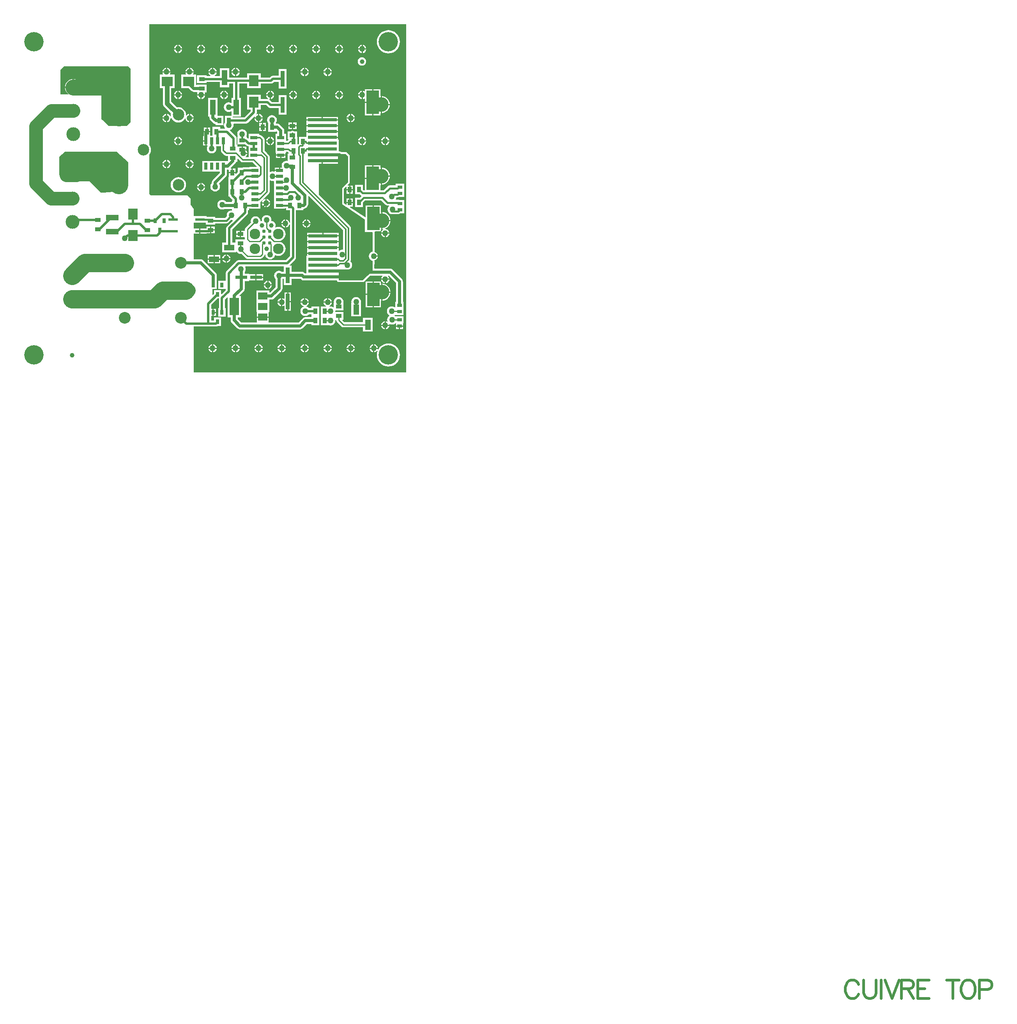
<source format=gtl>
%FSLAX25Y25*%
%MOIN*%
G70*
G01*
G75*
G04 Layer_Physical_Order=1*
G04 Layer_Color=255*
%ADD10C,0.03937*%
%ADD11R,0.25000X0.02992*%
%ADD12R,0.03500X0.05000*%
%ADD13R,0.05910X0.03030*%
%ADD14R,0.11024X0.20276*%
%ADD15R,0.05000X0.03500*%
%ADD16R,0.03000X0.04000*%
%ADD17R,0.03543X0.13583*%
%ADD18C,0.03100*%
%ADD19R,0.04000X0.02854*%
%ADD20R,0.08465X0.02362*%
%ADD21R,0.04724X0.12992*%
%ADD22R,0.11023X0.05000*%
%ADD23R,0.08465X0.09449*%
%ADD24R,0.09449X0.08465*%
%ADD25R,0.08661X0.05000*%
%ADD26R,0.05000X0.08661*%
%ADD27R,0.03030X0.05910*%
%ADD28R,0.08000X0.06000*%
%ADD29R,0.08000X0.15000*%
%ADD30R,0.10236X0.03150*%
%ADD31R,0.06000X0.02500*%
%ADD32C,0.01000*%
%ADD33C,0.01500*%
%ADD34C,0.01181*%
%ADD35C,0.02756*%
%ADD36C,0.01969*%
%ADD37C,0.15748*%
%ADD38C,0.09843*%
%ADD39C,0.11811*%
%ADD40C,0.03937*%
%ADD41C,0.01575*%
%ADD42C,0.02362*%
%ADD43C,0.13780*%
%ADD44C,0.19685*%
%ADD45C,0.12598*%
%ADD46C,0.16000*%
%ADD47C,0.09843*%
%ADD48C,0.11811*%
%ADD49C,0.09055*%
%ADD50C,0.03900*%
%ADD51C,0.16533*%
%ADD52C,0.10000*%
%ADD53C,0.05000*%
G36*
X112792Y-27255D02*
Y-43615D01*
X112416Y-43945D01*
X112000Y-43890D01*
X110936Y-44030D01*
X109945Y-44441D01*
X109555Y-44740D01*
X109106Y-44519D01*
X109106Y-44241D01*
X109106Y-44241D01*
X109106D01*
Y-42591D01*
X82106D01*
Y-44241D01*
X82106Y-44241D01*
X82106D01*
X82106Y-44587D01*
Y-44591D01*
Y-44594D01*
X82106Y-44940D01*
X82106Y-44940D01*
X82106D01*
Y-46591D01*
X95606D01*
Y-47591D01*
X82106D01*
Y-49020D01*
X81532D01*
Y-55161D01*
Y-60163D01*
Y-64112D01*
X80324D01*
X79886Y-63674D01*
X79269Y-63200D01*
X78550Y-62903D01*
X77780Y-62801D01*
X68846D01*
Y-57414D01*
X67390D01*
X67199Y-56951D01*
X71825Y-52325D01*
X72235Y-51791D01*
X72418Y-51350D01*
X72493Y-51168D01*
X72581Y-50500D01*
Y-10075D01*
X78825D01*
Y-8978D01*
X79000D01*
X79771Y-8877D01*
X80489Y-8579D01*
X81106Y-8106D01*
X82106Y-7106D01*
X82106Y-7106D01*
X82579Y-6489D01*
X82877Y-5771D01*
X82978Y-5000D01*
Y1906D01*
X83440Y2097D01*
X112792Y-27255D01*
D02*
G37*
G36*
X51436Y15030D02*
X52500Y14890D01*
X53549Y15028D01*
X53925Y14698D01*
Y11175D01*
Y6175D01*
Y1175D01*
Y-3825D01*
Y-8825D01*
X63075D01*
Y-8370D01*
X64175D01*
Y-10075D01*
X67419D01*
Y-20630D01*
X66920Y-20662D01*
X66910Y-20586D01*
X66557Y-19735D01*
X65996Y-19004D01*
X65265Y-18443D01*
X64414Y-18090D01*
X64000Y-18036D01*
Y-21500D01*
Y-24964D01*
X64414Y-24910D01*
X65265Y-24557D01*
X65996Y-23996D01*
X66557Y-23265D01*
X66910Y-22414D01*
X66920Y-22337D01*
X67419Y-22370D01*
Y-49431D01*
X63931Y-52919D01*
X23500D01*
X22832Y-53007D01*
X22650Y-53082D01*
X22209Y-53265D01*
X21675Y-53675D01*
X13175Y-62175D01*
X12765Y-62709D01*
X12636Y-63021D01*
X12507Y-63332D01*
X12419Y-64000D01*
Y-70425D01*
X12419D01*
X12325D01*
X12065Y-70425D01*
X12065Y-70425D01*
Y-70425D01*
X6175D01*
Y-77575D01*
X12065D01*
X12065Y-77575D01*
Y-77575D01*
X12325Y-77575D01*
X12419Y-77669D01*
Y-78431D01*
X9037Y-81813D01*
X8575Y-81622D01*
Y-78425D01*
X2425D01*
Y-81424D01*
X1462Y-82388D01*
X1000Y-82196D01*
Y-77575D01*
X4825D01*
Y-70425D01*
X4728D01*
Y-65750D01*
X4728Y-65750D01*
X4639Y-65069D01*
X4627Y-64979D01*
X4329Y-64261D01*
X3856Y-63644D01*
X3856Y-63644D01*
X-6894Y-52894D01*
X-7511Y-52421D01*
X-8229Y-52123D01*
X-9000Y-52022D01*
X-15000D01*
Y-30181D01*
X-15000D01*
X-14815D01*
X-14646Y-30181D01*
X-14646Y-30181D01*
Y-30181D01*
X-10083D01*
Y-28000D01*
Y-25819D01*
X-14646D01*
X-14646Y-25819D01*
Y-25819D01*
X-14815Y-25819D01*
X-15000Y-25634D01*
Y-20756D01*
X-4575D01*
Y-22325D01*
X3575D01*
Y-21370D01*
X13000D01*
X13907Y-21190D01*
X14676Y-20676D01*
X16830Y-18522D01*
X17500Y-18610D01*
X18269Y-18509D01*
X18490Y-18957D01*
X13671Y-23777D01*
X13261Y-24311D01*
X13132Y-24622D01*
X13003Y-24934D01*
X12915Y-25602D01*
Y-37925D01*
X9590D01*
Y-46075D01*
X21402D01*
Y-45535D01*
X21892Y-45437D01*
X21941Y-45555D01*
X22594Y-46406D01*
X23445Y-47059D01*
X24436Y-47470D01*
X25500Y-47610D01*
X26046Y-47538D01*
X29504Y-50996D01*
X30190Y-51454D01*
X31000Y-51615D01*
X42000D01*
X42810Y-51454D01*
X43496Y-50996D01*
X43496Y-50996D01*
X43496Y-50996D01*
X45346Y-49145D01*
X45346Y-49145D01*
X45346Y-49145D01*
X45805Y-48459D01*
X45894Y-48011D01*
X46394Y-48028D01*
X46530Y-49064D01*
X46941Y-50055D01*
X47594Y-50906D01*
X48445Y-51559D01*
X49436Y-51970D01*
X50500Y-52110D01*
X51564Y-51970D01*
X52555Y-51559D01*
X53406Y-50906D01*
X54059Y-50055D01*
X54470Y-49064D01*
X54506Y-48786D01*
X54951Y-48557D01*
X55153Y-48665D01*
X56304Y-49014D01*
X57500Y-49132D01*
X58696Y-49014D01*
X59847Y-48665D01*
X60907Y-48098D01*
X61836Y-47336D01*
X62599Y-46407D01*
X63165Y-45347D01*
X63514Y-44196D01*
X63632Y-43000D01*
X63514Y-41804D01*
X63165Y-40653D01*
X62599Y-39593D01*
X61836Y-38664D01*
X60907Y-37901D01*
X59847Y-37335D01*
X58743Y-37000D01*
Y-36500D01*
X59847Y-36165D01*
X60907Y-35598D01*
X61836Y-34836D01*
X62599Y-33907D01*
X63165Y-32847D01*
X63514Y-31696D01*
X63632Y-30500D01*
X63514Y-29304D01*
X63165Y-28153D01*
X62599Y-27093D01*
X61836Y-26164D01*
X60907Y-25401D01*
X59847Y-24835D01*
X58696Y-24486D01*
X57500Y-24368D01*
X56304Y-24486D01*
X55153Y-24835D01*
X55065Y-24882D01*
X54695Y-24546D01*
X54952Y-23925D01*
X55074Y-23000D01*
X54952Y-22075D01*
X54595Y-21213D01*
X54027Y-20473D01*
X53287Y-19905D01*
X52425Y-19548D01*
X51500Y-19426D01*
X51489Y-19415D01*
X51610Y-18500D01*
X51470Y-17436D01*
X51059Y-16445D01*
X50406Y-15594D01*
X49555Y-14941D01*
X48564Y-14530D01*
X47500Y-14390D01*
X46436Y-14530D01*
X45445Y-14941D01*
X44594Y-15594D01*
X43941Y-16445D01*
X43530Y-17436D01*
X43390Y-18500D01*
X43511Y-19415D01*
X43500Y-19426D01*
X42575Y-19548D01*
X42519Y-19571D01*
X42086Y-19321D01*
X41970Y-18436D01*
X41559Y-17445D01*
X40906Y-16594D01*
X40055Y-15941D01*
X39064Y-15530D01*
X38000Y-15390D01*
X36936Y-15530D01*
X35945Y-15941D01*
X35094Y-16594D01*
X34441Y-17445D01*
X34030Y-18436D01*
X33890Y-19500D01*
X34020Y-20488D01*
X29504Y-25004D01*
X29046Y-25690D01*
X28885Y-26500D01*
Y-27750D01*
X28500D01*
Y-27750D01*
X25500D01*
Y-30500D01*
Y-33250D01*
X28500D01*
Y-33250D01*
X28531D01*
X28885Y-33604D01*
Y-34917D01*
X28673Y-35175D01*
X20925D01*
Y-37925D01*
X18077D01*
Y-26671D01*
X30825Y-13923D01*
X31235Y-13388D01*
X31364Y-13077D01*
X31493Y-12766D01*
X31581Y-12098D01*
Y-10075D01*
X32325D01*
Y-8370D01*
X32925D01*
Y-8825D01*
X42075D01*
Y-3825D01*
Y-3046D01*
X42107Y-3040D01*
X42823Y-2561D01*
X42823Y-2561D01*
X42823Y-2561D01*
X43856Y-1529D01*
X44232Y-1858D01*
X43943Y-2235D01*
X43590Y-3086D01*
X43536Y-3500D01*
X46500D01*
Y-536D01*
X46086Y-590D01*
X45235Y-943D01*
X44858Y-1232D01*
X44529Y-856D01*
X49423Y4039D01*
X49902Y4755D01*
X50070Y5600D01*
Y15146D01*
X50486Y15424D01*
X51436Y15030D01*
D02*
G37*
G36*
X117000Y36000D02*
Y14000D01*
X112000Y9000D01*
Y-5000D01*
X115175Y-7128D01*
Y-7575D01*
X115842D01*
X131528Y-18086D01*
Y-28803D01*
X137742D01*
X138095Y-29157D01*
X138048Y-45423D01*
X137970Y-45433D01*
X136979Y-45844D01*
X136128Y-46497D01*
X135475Y-47348D01*
X135064Y-48340D01*
X134924Y-49403D01*
X135064Y-50467D01*
X135475Y-51458D01*
X136128Y-52310D01*
X136979Y-52963D01*
X137970Y-53373D01*
X138025Y-53380D01*
X138000Y-62000D01*
X129575Y-70000D01*
X109106D01*
Y-69587D01*
X109106D01*
Y-67590D01*
X95606D01*
Y-66590D01*
X109106D01*
Y-64595D01*
D01*
Y-64595D01*
X109106Y-64595D01*
Y-64587D01*
X109106D01*
Y-62590D01*
X95606D01*
Y-61590D01*
X109106D01*
Y-61000D01*
X114288D01*
X114631Y-60636D01*
X115436Y-60970D01*
X116500Y-61110D01*
X117564Y-60970D01*
X118555Y-60559D01*
X119406Y-59906D01*
X120059Y-59055D01*
X120470Y-58064D01*
X120610Y-57000D01*
X120470Y-55936D01*
X120059Y-54945D01*
X119406Y-54094D01*
X119023Y-53800D01*
X119402Y-53233D01*
X119570Y-52389D01*
Y-25362D01*
X119402Y-24517D01*
X118923Y-23801D01*
X92000Y3122D01*
Y29594D01*
X94606D01*
Y32091D01*
X95106D01*
Y32591D01*
X108606D01*
Y34587D01*
D01*
Y34587D01*
X108606Y34587D01*
Y34595D01*
X108606D01*
Y36591D01*
X95106D01*
Y37591D01*
X108606D01*
Y38000D01*
X115000D01*
X117000Y36000D01*
D02*
G37*
G36*
X30175Y45175D02*
X30709Y44765D01*
X31332Y44507D01*
X31970Y44423D01*
Y43910D01*
Y38910D01*
Y35208D01*
X29737D01*
X29576Y35681D01*
X29996Y36004D01*
X30557Y36735D01*
X30910Y37586D01*
X30964Y38000D01*
X27500D01*
Y39000D01*
X30964D01*
X30910Y39414D01*
X30557Y40265D01*
X30000Y40991D01*
Y41000D01*
X26500D01*
Y41500D01*
X26000D01*
Y44250D01*
X23000D01*
Y44250D01*
X22928D01*
X22575Y44604D01*
Y45825D01*
D01*
Y45825D01*
X22925Y46175D01*
X29175D01*
X30175Y45175D01*
D02*
G37*
G36*
X-69000Y111000D02*
Y66000D01*
Y65000D01*
X-72103Y62000D01*
X-78539D01*
X-78540Y62003D01*
X-79460D01*
X-79461Y62000D01*
X-87621D01*
X-92793Y67000D01*
X-93828Y68000D01*
Y88000D01*
X-113377D01*
X-113729Y88146D01*
X-114732Y88387D01*
X-114796Y88882D01*
X-114145Y89231D01*
X-113093Y90093D01*
X-112231Y91145D01*
X-111589Y92345D01*
X-111194Y93646D01*
X-111110Y94500D01*
X-124890D01*
X-124806Y93646D01*
X-124411Y92345D01*
X-123769Y91145D01*
X-122907Y90093D01*
X-121931Y89293D01*
X-122100Y88822D01*
X-128816D01*
X-129000Y89000D01*
Y110000D01*
X-125897Y113000D01*
X-71069D01*
X-69000Y111000D01*
D02*
G37*
G36*
X166885Y-148884D02*
X-14636D01*
X-14989Y-148530D01*
X-14819Y-109581D01*
X4000D01*
X4668Y-109493D01*
X4979Y-109364D01*
X5291Y-109235D01*
X5500Y-109075D01*
X8575D01*
Y-101925D01*
X2425D01*
Y-104419D01*
X81D01*
Y-100500D01*
X1250D01*
Y-97500D01*
Y-94500D01*
X81D01*
Y-91069D01*
X5576Y-85575D01*
X6669D01*
Y-93925D01*
X6175D01*
Y-101075D01*
X12325D01*
Y-93925D01*
X11831D01*
Y-86319D01*
X13713Y-84437D01*
X14175Y-84628D01*
Y-101635D01*
X16772D01*
Y-104250D01*
X16873Y-105021D01*
X17171Y-105739D01*
X17644Y-106356D01*
X22394Y-111106D01*
X22394Y-111106D01*
X23011Y-111579D01*
X23729Y-111877D01*
X24500Y-111978D01*
X76000D01*
X76771Y-111877D01*
X77489Y-111579D01*
X78106Y-111106D01*
X78106Y-111106D01*
X78106Y-111106D01*
X81734Y-107478D01*
X85675D01*
Y-108575D01*
X92325D01*
Y-100575D01*
Y-92425D01*
X85675D01*
Y-93919D01*
X83656D01*
X83406Y-93594D01*
X82555Y-92941D01*
X81564Y-92530D01*
X81377Y-92506D01*
X81312Y-92010D01*
X81744Y-91831D01*
X82475Y-91270D01*
X83036Y-90539D01*
X83389Y-89687D01*
X83443Y-89273D01*
X76514D01*
X76569Y-89687D01*
X76921Y-90539D01*
X77482Y-91270D01*
X78214Y-91831D01*
X79065Y-92183D01*
X78995Y-92713D01*
X78445Y-92941D01*
X77594Y-93594D01*
X76941Y-94445D01*
X76530Y-95436D01*
X76390Y-96500D01*
X76530Y-97564D01*
X76941Y-98555D01*
X77594Y-99406D01*
X78445Y-100059D01*
X79436Y-100470D01*
X80500Y-100610D01*
X81564Y-100470D01*
X82555Y-100059D01*
X83406Y-99406D01*
X83656Y-99081D01*
X85675D01*
Y-100575D01*
Y-101522D01*
X80500D01*
X79729Y-101623D01*
X79011Y-101921D01*
X78394Y-102394D01*
X74766Y-106022D01*
X49250D01*
Y-105560D01*
X49250D01*
Y-102060D01*
X39250D01*
Y-105560D01*
X39250D01*
Y-105668D01*
X38896Y-106022D01*
X25734D01*
X22728Y-103016D01*
Y-101635D01*
X25325D01*
Y-83485D01*
X24380D01*
X24189Y-83023D01*
X27807Y-79405D01*
X28280Y-78788D01*
X28578Y-78070D01*
X28679Y-77299D01*
Y-70650D01*
X32394D01*
Y-70075D01*
X37799D01*
Y-67500D01*
Y-64925D01*
X32394D01*
Y-64350D01*
X28679D01*
Y-63051D01*
X29059Y-62555D01*
X29470Y-61564D01*
X29610Y-60500D01*
X29470Y-59436D01*
X29081Y-58497D01*
X29359Y-58081D01*
X62154D01*
Y-62801D01*
X60525D01*
X60055Y-62441D01*
X59064Y-62030D01*
X58000Y-61890D01*
X56936Y-62030D01*
X55945Y-62441D01*
X55094Y-63094D01*
X54441Y-63945D01*
X54030Y-64936D01*
X53890Y-66000D01*
X54030Y-67064D01*
X54441Y-68055D01*
X55022Y-68812D01*
Y-75766D01*
X50326Y-80462D01*
X49825D01*
Y-78865D01*
X38675D01*
Y-88015D01*
Y-97075D01*
X39250D01*
Y-97560D01*
X39250D01*
Y-101060D01*
X49250D01*
Y-97560D01*
X49250D01*
Y-97428D01*
X49604Y-97075D01*
X49825D01*
Y-88015D01*
Y-86418D01*
X51560D01*
X52331Y-86317D01*
X53049Y-86019D01*
X53666Y-85546D01*
X60106Y-79106D01*
X60106Y-79106D01*
X60579Y-78489D01*
X60877Y-77771D01*
X60889Y-77681D01*
X60978Y-77000D01*
X60978Y-77000D01*
Y-68812D01*
X61020Y-68758D01*
X62154D01*
Y-74146D01*
X68846D01*
Y-68758D01*
X76546D01*
X76985Y-69196D01*
X76985Y-69196D01*
X77334Y-69464D01*
X77601Y-69670D01*
X78320Y-69967D01*
X79090Y-70069D01*
X81532D01*
Y-70161D01*
X107533D01*
X107623Y-70614D01*
X107971Y-71135D01*
X108492Y-71483D01*
X109106Y-71606D01*
X129575D01*
X129861Y-71549D01*
X130150Y-71499D01*
X130168Y-71488D01*
X130189Y-71483D01*
X130432Y-71321D01*
X130680Y-71164D01*
X136142Y-65978D01*
X146403D01*
X146563Y-66452D01*
X146380Y-66592D01*
X145819Y-67323D01*
X145466Y-68175D01*
X145412Y-68588D01*
X152341D01*
X152286Y-68175D01*
X151934Y-67323D01*
X151373Y-66592D01*
X151190Y-66452D01*
X151304Y-66116D01*
X151790Y-66002D01*
X158022Y-72234D01*
Y-88281D01*
X157425D01*
Y-93043D01*
X156977Y-93264D01*
X156555Y-92941D01*
X155564Y-92530D01*
X154500Y-92390D01*
X153436Y-92530D01*
X152445Y-92941D01*
X151594Y-93594D01*
X150941Y-94445D01*
X150530Y-95436D01*
X150390Y-96500D01*
X150530Y-97564D01*
X150941Y-98555D01*
X151594Y-99406D01*
X152335Y-99975D01*
Y-100325D01*
X152244Y-100545D01*
X151810Y-100877D01*
X151157Y-101728D01*
X150747Y-102720D01*
X150607Y-103783D01*
X150747Y-104847D01*
X150795Y-104965D01*
X150442Y-105318D01*
X149790Y-105049D01*
X149376Y-104994D01*
Y-107958D01*
X152341D01*
X152319Y-107790D01*
X152580Y-107449D01*
X152699Y-107358D01*
X153653Y-107753D01*
X154717Y-107893D01*
X155780Y-107753D01*
X156772Y-107343D01*
X157498Y-106785D01*
X158000D01*
D01*
Y-106789D01*
X158000Y-107139D01*
X158000Y-107139D01*
X158000D01*
Y-108717D01*
X164000D01*
Y-107139D01*
X164000Y-107139D01*
D01*
D01*
X164000Y-106789D01*
D01*
X164004Y-106785D01*
X164575D01*
Y-100781D01*
X157498D01*
X156882Y-100309D01*
Y-100072D01*
X157235Y-99719D01*
X157425D01*
Y-99719D01*
X164575D01*
Y-94285D01*
Y-88281D01*
X163978D01*
Y-71000D01*
X163978Y-71000D01*
X163927Y-70615D01*
X163877Y-70229D01*
X163579Y-69511D01*
X163106Y-68894D01*
X155106Y-60894D01*
X154489Y-60421D01*
X153771Y-60123D01*
X153000Y-60022D01*
X139965D01*
X139612Y-59668D01*
X139630Y-53385D01*
X139600Y-53227D01*
X139891Y-52821D01*
X139948Y-52813D01*
X140799Y-52461D01*
X141530Y-51899D01*
X142091Y-51168D01*
X142444Y-50317D01*
X142498Y-49903D01*
X139034D01*
Y-48903D01*
X142498D01*
X142444Y-48490D01*
X142091Y-47638D01*
X141530Y-46907D01*
X140799Y-46346D01*
X139948Y-45993D01*
X139913Y-45989D01*
X139622Y-45582D01*
X139654Y-45428D01*
X139701Y-29162D01*
X139700Y-29161D01*
X139701Y-29160D01*
X139640Y-28851D01*
X139593Y-28614D01*
X139663Y-28530D01*
X141182Y-28228D01*
X145126D01*
Y-26621D01*
X145496Y-26285D01*
X145500Y-26285D01*
Y-19000D01*
Y-11715D01*
X145496Y-11715D01*
X145126Y-11379D01*
Y-5953D01*
X139114D01*
Y-17090D01*
X138114D01*
Y-5953D01*
X132102D01*
Y-16007D01*
X131661Y-16243D01*
X118583Y-7478D01*
X118728Y-7000D01*
X121250D01*
Y-4000D01*
X115750D01*
Y-5049D01*
X115309Y-5285D01*
X114362Y-4650D01*
X113606Y-3894D01*
Y8335D01*
X115288Y10017D01*
X115750Y9826D01*
Y8000D01*
X118000D01*
Y11000D01*
X116924D01*
X116733Y11462D01*
X118135Y12865D01*
X118483Y13386D01*
X118504Y13487D01*
X118606Y14000D01*
X118606Y14000D01*
Y36000D01*
X118606Y36000D01*
X118504Y36513D01*
X118483Y36615D01*
X118135Y37135D01*
X118135Y37135D01*
X116135Y39135D01*
X115614Y39483D01*
X115513Y39504D01*
X115000Y39606D01*
X115000Y39606D01*
X111482D01*
X111399Y39670D01*
X111188Y39757D01*
X110680Y39967D01*
X109909Y40069D01*
X109181D01*
Y40161D01*
Y44020D01*
Y50161D01*
X108606D01*
Y51591D01*
X95106D01*
Y52591D01*
X108606D01*
Y54241D01*
X108606Y54241D01*
D01*
D01*
X108606Y54587D01*
Y54587D01*
Y54590D01*
X108606Y54594D01*
X108606Y54940D01*
X108606Y54940D01*
X108606D01*
Y56590D01*
X81606D01*
Y54940D01*
X81606Y54940D01*
X81606D01*
X81606Y54594D01*
Y54590D01*
Y54587D01*
X81606Y54241D01*
X81606Y54241D01*
X81606D01*
Y52575D01*
X75175D01*
Y46812D01*
X75171Y46811D01*
X74455Y46333D01*
X74287Y46165D01*
X73825Y46356D01*
Y52575D01*
X73575D01*
Y57325D01*
X70954D01*
X70407Y57690D01*
X69500Y57870D01*
X68593Y57690D01*
X68046Y57325D01*
X65425D01*
Y50675D01*
X66259D01*
X66404Y50197D01*
X66201Y50061D01*
X65348Y49208D01*
X64030D01*
Y55090D01*
X62478D01*
Y58000D01*
X62377Y58771D01*
X62079Y59489D01*
X61606Y60106D01*
X58606Y63106D01*
X57989Y63579D01*
X57271Y63877D01*
X56500Y63978D01*
X55325D01*
Y64639D01*
X55559Y64945D01*
X55970Y65936D01*
X56110Y67000D01*
X55970Y68064D01*
X55559Y69055D01*
X54906Y69906D01*
X54055Y70559D01*
X53064Y70970D01*
X52000Y71110D01*
X50936Y70970D01*
X49945Y70559D01*
X49094Y69906D01*
X48441Y69055D01*
X48030Y68064D01*
X47890Y67000D01*
X48030Y65936D01*
X48441Y64945D01*
X48675Y64639D01*
Y56925D01*
X55325D01*
Y57310D01*
X55787Y57501D01*
X56522Y56766D01*
Y55090D01*
X54970D01*
Y48910D01*
Y43910D01*
Y38910D01*
X55545D01*
Y37500D01*
X63455D01*
Y38910D01*
X64030D01*
Y39792D01*
X65348D01*
X66201Y38939D01*
X66201Y38939D01*
X66201D01*
X66201Y38939D01*
X66201D01*
X66201Y38939D01*
Y38939D01*
Y38939D01*
D01*
D01*
X66201D01*
Y38939D01*
X66404Y38803D01*
X66259Y38325D01*
X65425D01*
Y32367D01*
X65049Y32038D01*
X64500Y32110D01*
X63436Y31970D01*
X62445Y31559D01*
X61594Y30906D01*
X60941Y30055D01*
X60530Y29064D01*
X60390Y28000D01*
X60530Y26936D01*
X60642Y26666D01*
X60364Y26250D01*
X59000D01*
Y24000D01*
X58500D01*
Y23500D01*
X54500D01*
Y23032D01*
X54084Y22754D01*
X53564Y22970D01*
X52500Y23110D01*
X51436Y22970D01*
X50486Y22576D01*
X50070Y22854D01*
Y35478D01*
X49902Y36323D01*
X49423Y37040D01*
X47923Y38540D01*
X47923Y38540D01*
X45708Y40755D01*
Y50262D01*
X45540Y51107D01*
X45061Y51823D01*
X43323Y53561D01*
X42607Y54040D01*
X41762Y54208D01*
X41030D01*
Y55090D01*
X31970D01*
Y51333D01*
X31508Y51142D01*
X31325Y51325D01*
X30791Y51735D01*
X30575Y51825D01*
Y52825D01*
X30459D01*
X30182Y53241D01*
X30470Y53936D01*
X30610Y55000D01*
X30470Y56064D01*
X30059Y57055D01*
X29406Y57906D01*
X28555Y58559D01*
X27564Y58970D01*
X26500Y59110D01*
X25436Y58970D01*
X24445Y58559D01*
X23594Y57906D01*
X22941Y57055D01*
X22530Y56064D01*
X22390Y55000D01*
X22530Y53936D01*
X22818Y53241D01*
X22540Y52825D01*
X22425D01*
Y46175D01*
D01*
Y46175D01*
X22075Y45825D01*
X21746D01*
Y51335D01*
X21658Y52003D01*
X21401Y52625D01*
X20990Y53160D01*
X16068Y58082D01*
X16166Y58572D01*
X17055Y58941D01*
X17906Y59594D01*
X18559Y60445D01*
X18970Y61436D01*
X19110Y62500D01*
X18973Y63543D01*
X19302Y63919D01*
X29500D01*
X30168Y64007D01*
X30479Y64136D01*
X30791Y64265D01*
X31325Y64675D01*
X36949Y70298D01*
X37365Y70021D01*
X37199Y69621D01*
X37144Y69207D01*
X40109D01*
Y72171D01*
X39695Y72117D01*
X39150Y71891D01*
X38808Y72154D01*
X38740Y72221D01*
X38864Y72521D01*
X38993Y72832D01*
X39081Y73500D01*
Y76047D01*
X42307D01*
Y79765D01*
X47085D01*
X48895Y77955D01*
X49430Y77544D01*
D01*
D01*
Y77544D01*
X49430Y77544D01*
D01*
D01*
X49430D01*
Y77544D01*
D01*
X49430D01*
Y77544D01*
X50052Y77286D01*
X50720Y77198D01*
X57653D01*
Y71413D01*
X64346D01*
Y88146D01*
X57653D01*
Y82361D01*
X51789D01*
X49979Y84171D01*
X49561Y84492D01*
X49753Y84954D01*
X49951Y84928D01*
Y87892D01*
X46987D01*
X47041Y87478D01*
X47394Y86627D01*
X47955Y85896D01*
X48671Y85347D01*
X48479Y84885D01*
X48154Y84927D01*
X42307D01*
Y88646D01*
X30693D01*
Y76047D01*
X33919D01*
Y74569D01*
X28431Y69081D01*
X18325D01*
Y69831D01*
X25437D01*
Y85972D01*
X24081D01*
Y98072D01*
X30693D01*
Y94354D01*
X42307D01*
Y98072D01*
X51154D01*
X51822Y98160D01*
X52133Y98289D01*
X52444Y98418D01*
X52979Y98829D01*
X53790Y99639D01*
X57653D01*
Y93854D01*
X64346D01*
Y110587D01*
X57653D01*
Y104801D01*
X52720D01*
X52052Y104714D01*
X51870Y104638D01*
X51430Y104456D01*
X50895Y104045D01*
X50085Y103235D01*
X42307D01*
Y106953D01*
X30693D01*
Y103235D01*
X15437D01*
Y111169D01*
X7563D01*
Y104581D01*
X3210D01*
X3049Y105055D01*
X3735Y105581D01*
X4296Y106312D01*
X4648Y107163D01*
X4703Y107577D01*
X-2226D01*
X-2171Y107163D01*
X-1819Y106312D01*
X-1258Y105581D01*
X-572Y105055D01*
X-733Y104581D01*
X-3925D01*
Y105325D01*
X-12075D01*
Y98675D01*
X-3925D01*
Y99419D01*
X7563D01*
Y95028D01*
X15437D01*
Y98072D01*
X18919D01*
Y85972D01*
X17563D01*
Y81735D01*
X17115Y81514D01*
X17055Y81559D01*
X16064Y81970D01*
X15000Y82110D01*
X13936Y81970D01*
X12945Y81559D01*
X12094Y80906D01*
X11441Y80055D01*
X11030Y79064D01*
X10890Y78000D01*
X11030Y76936D01*
X11441Y75945D01*
X12094Y75094D01*
X12945Y74441D01*
X13936Y74030D01*
X15000Y73890D01*
X16064Y74030D01*
X17055Y74441D01*
X17115Y74486D01*
X17563Y74265D01*
Y70575D01*
X11675D01*
Y64861D01*
X11441Y64555D01*
X11030Y63564D01*
X10890Y62500D01*
X11030Y61436D01*
X11441Y60445D01*
X11760Y60030D01*
X11538Y59581D01*
X7825D01*
Y61075D01*
X1175D01*
Y53680D01*
X-750D01*
Y56500D01*
X-6250D01*
Y53500D01*
X-6250D01*
Y53459D01*
X-6604Y53105D01*
X-7015D01*
Y49650D01*
X-4500D01*
Y49150D01*
X-4000D01*
Y45195D01*
X-3133D01*
X-2912Y44747D01*
X-3059Y44555D01*
X-3470Y43564D01*
X-3610Y42500D01*
X-3470Y41436D01*
X-3059Y40445D01*
X-2406Y39594D01*
X-1555Y38941D01*
X-564Y38530D01*
X500Y38390D01*
X1564Y38530D01*
X2555Y38941D01*
X3406Y39594D01*
X4059Y40445D01*
X4470Y41436D01*
X4610Y42500D01*
X4470Y43564D01*
X4205Y44205D01*
X4482Y44620D01*
X8292D01*
Y41000D01*
X8460Y40155D01*
X8939Y39439D01*
X11439Y36939D01*
X12155Y36460D01*
X13000Y36292D01*
X14425D01*
Y32137D01*
X14052Y31764D01*
X13590Y31955D01*
Y32030D01*
X-7590D01*
Y22970D01*
X7522D01*
Y21734D01*
X1394Y15606D01*
X921Y14989D01*
X623Y14271D01*
X522Y13500D01*
Y12812D01*
X-59Y12055D01*
X-470Y11064D01*
X-610Y10000D01*
X-470Y8936D01*
X-59Y7945D01*
X594Y7094D01*
X1445Y6441D01*
X2436Y6030D01*
X3500Y5890D01*
X4564Y6030D01*
X5555Y6441D01*
X6406Y7094D01*
X7059Y7945D01*
X7470Y8936D01*
X7610Y10000D01*
X7470Y11064D01*
X7059Y12055D01*
X6715Y12503D01*
X12606Y18394D01*
X12606Y18394D01*
X13079Y19011D01*
X13377Y19729D01*
X13478Y20500D01*
Y22970D01*
X13590D01*
Y24522D01*
X14000D01*
X14771Y24623D01*
X14834Y24649D01*
X15250Y24372D01*
Y22500D01*
X17500D01*
Y25500D01*
X16865D01*
X16674Y25962D01*
X20606Y29894D01*
X21079Y30511D01*
X21354Y31175D01*
X22575D01*
Y33609D01*
X23037Y33800D01*
X25398Y31439D01*
X25398D01*
X25398Y31439D01*
X25398D01*
X25398Y31439D01*
Y31439D01*
X25398Y31439D01*
Y31439D01*
X26114Y30960D01*
X26959Y30792D01*
X35585D01*
X39091Y27287D01*
X38900Y26825D01*
X32925D01*
Y26581D01*
X28000D01*
X27332Y26493D01*
X27150Y26418D01*
X26709Y26235D01*
X26500Y26075D01*
X22675D01*
Y22325D01*
X21212Y20862D01*
X20750Y21054D01*
Y21500D01*
X15250D01*
Y18500D01*
X15250D01*
Y18428D01*
X14896Y18075D01*
X14675D01*
Y9925D01*
X14675Y9925D01*
X14675Y9575D01*
X14675D01*
Y1425D01*
X15675D01*
X15765Y1209D01*
X16175Y675D01*
X18313Y-1463D01*
X18122Y-1925D01*
X17675D01*
Y-3022D01*
X12721D01*
X12347Y-2535D01*
X11496Y-1882D01*
X10505Y-1471D01*
X9441Y-1331D01*
X8377Y-1471D01*
X7386Y-1882D01*
X6535Y-2535D01*
X5882Y-3386D01*
X5471Y-4377D01*
X5331Y-5441D01*
X5471Y-6505D01*
X5882Y-7496D01*
X6535Y-8347D01*
X7386Y-9000D01*
X8377Y-9411D01*
X9441Y-9551D01*
X10505Y-9411D01*
X11496Y-9000D01*
X11525Y-8978D01*
X17675D01*
Y-10075D01*
X17675Y-10075D01*
X17675D01*
X17649Y-10276D01*
X17500Y-10390D01*
X16436Y-10530D01*
X15445Y-10941D01*
X14594Y-11594D01*
X13941Y-12445D01*
X13530Y-13436D01*
X13390Y-14500D01*
X13478Y-15170D01*
X12018Y-16630D01*
X3575D01*
Y-15675D01*
X-1271D01*
X-1500Y-15630D01*
X-3776D01*
Y-15244D01*
X-15000D01*
Y-9000D01*
X-17500Y-5500D01*
Y0D01*
X-20500Y2500D01*
X-51500D01*
X-53000Y4047D01*
Y37288D01*
X-52519Y37874D01*
X-51916Y39002D01*
X-51545Y40227D01*
X-51419Y41500D01*
X-51545Y42774D01*
X-51916Y43998D01*
X-52519Y45127D01*
X-53000Y45712D01*
Y148884D01*
X166885D01*
Y-148884D01*
D02*
G37*
G36*
X-71000Y30857D02*
Y16645D01*
X-71481Y16524D01*
X-72605Y17895D01*
X-73976Y19019D01*
X-75539Y19855D01*
X-77236Y20370D01*
X-78500Y20494D01*
Y11500D01*
X-79000D01*
Y11000D01*
X-87994D01*
X-87870Y9736D01*
X-87355Y8039D01*
X-86519Y6476D01*
X-85726Y5509D01*
X-85940Y5057D01*
X-94055Y5052D01*
X-104000Y14400D01*
X-113696D01*
X-113865Y14871D01*
X-113593Y15093D01*
X-112731Y16145D01*
X-112089Y17345D01*
X-111694Y18646D01*
X-111610Y19500D01*
X-125390D01*
X-125306Y18646D01*
X-124911Y17345D01*
X-124269Y16145D01*
X-123407Y15093D01*
X-123135Y14871D01*
X-123304Y14400D01*
X-124000D01*
X-130000Y19886D01*
Y35429D01*
X-125000Y40000D01*
X-81000D01*
X-71000Y30857D01*
D02*
G37*
%LPC*%
G36*
X82000Y-18036D02*
Y-21000D01*
X84964D01*
X84910Y-20586D01*
X84557Y-19735D01*
X83996Y-19004D01*
X83265Y-18443D01*
X82414Y-18090D01*
X82000Y-18036D01*
D02*
G37*
G36*
X84964Y-22000D02*
X82000D01*
Y-24964D01*
X82414Y-24910D01*
X83265Y-24557D01*
X83996Y-23996D01*
X84557Y-23265D01*
X84910Y-22414D01*
X84964Y-22000D01*
D02*
G37*
G36*
X81000D02*
X78036D01*
X78090Y-22414D01*
X78443Y-23265D01*
X79004Y-23996D01*
X79735Y-24557D01*
X80586Y-24910D01*
X81000Y-24964D01*
Y-22000D01*
D02*
G37*
G36*
Y-18036D02*
X80586Y-18090D01*
X79735Y-18443D01*
X79004Y-19004D01*
X78443Y-19735D01*
X78090Y-20586D01*
X78036Y-21000D01*
X81000D01*
Y-18036D01*
D02*
G37*
G36*
X63000D02*
X62586Y-18090D01*
X61735Y-18443D01*
X61004Y-19004D01*
X60443Y-19735D01*
X60090Y-20586D01*
X60036Y-21000D01*
X63000D01*
Y-18036D01*
D02*
G37*
G36*
X146500Y-11715D02*
Y-18500D01*
X153285D01*
X153194Y-17569D01*
X152776Y-16193D01*
X152098Y-14925D01*
X151186Y-13814D01*
X150075Y-12902D01*
X148807Y-12224D01*
X147431Y-11806D01*
X146500Y-11715D01*
D02*
G37*
G36*
X121250Y0D02*
X119000D01*
Y-3000D01*
X121250D01*
Y0D01*
D02*
G37*
G36*
X118000Y7000D02*
X115750D01*
Y4000D01*
X118000D01*
Y7000D01*
D02*
G37*
G36*
X121250D02*
X119000D01*
Y4000D01*
X121250D01*
Y7000D01*
D02*
G37*
G36*
X118000Y0D02*
X115750D01*
Y-3000D01*
X118000D01*
Y0D01*
D02*
G37*
G36*
X46500Y-4500D02*
X43536D01*
X43590Y-4914D01*
X43943Y-5765D01*
X44504Y-6496D01*
X45235Y-7057D01*
X46086Y-7410D01*
X46500Y-7464D01*
Y-4500D01*
D02*
G37*
G36*
X50464D02*
X47500D01*
Y-7464D01*
X47914Y-7410D01*
X48765Y-7057D01*
X49496Y-6496D01*
X50057Y-5765D01*
X50410Y-4914D01*
X50464Y-4500D01*
D02*
G37*
G36*
X47500Y-536D02*
Y-3500D01*
X50464D01*
X50410Y-3086D01*
X50057Y-2235D01*
X49496Y-1504D01*
X48765Y-943D01*
X47914Y-590D01*
X47500Y-536D01*
D02*
G37*
G36*
X24500Y-31000D02*
X21500D01*
Y-33250D01*
X24500D01*
Y-31000D01*
D02*
G37*
G36*
X109106Y-32591D02*
X82106D01*
Y-34241D01*
X82106Y-34241D01*
X82106D01*
X82106Y-34587D01*
Y-34591D01*
Y-34595D01*
X82106Y-34940D01*
X82106Y-34940D01*
X82106D01*
Y-36591D01*
X109106D01*
Y-34940D01*
X109106Y-34940D01*
D01*
D01*
X109106Y-34595D01*
Y-34595D01*
Y-34591D01*
X109106Y-34587D01*
X109106Y-34241D01*
X109106Y-34241D01*
X109106D01*
Y-32591D01*
D02*
G37*
G36*
X152341Y-30218D02*
X149376D01*
Y-33183D01*
X149790Y-33128D01*
X150642Y-32776D01*
X151373Y-32214D01*
X151934Y-31483D01*
X152286Y-30632D01*
X152341Y-30218D01*
D02*
G37*
G36*
X148376D02*
X145412D01*
X145466Y-30632D01*
X145819Y-31483D01*
X146380Y-32214D01*
X147111Y-32776D01*
X147963Y-33128D01*
X148376Y-33183D01*
Y-30218D01*
D02*
G37*
G36*
X12500Y-48036D02*
X12086Y-48090D01*
X11235Y-48443D01*
X10504Y-49004D01*
X9943Y-49735D01*
X9590Y-50586D01*
X9536Y-51000D01*
X12500D01*
Y-48036D01*
D02*
G37*
G36*
X7835Y-48500D02*
X3004D01*
Y-51500D01*
X7835D01*
Y-48500D01*
D02*
G37*
G36*
X109106Y-37591D02*
X82106D01*
Y-39241D01*
X82106Y-39241D01*
X82106D01*
X82106Y-39587D01*
Y-39591D01*
Y-39595D01*
X82106Y-39940D01*
X82106Y-39940D01*
X82106D01*
Y-41591D01*
X109106D01*
Y-39940D01*
X109106Y-39940D01*
D01*
D01*
X109106Y-39595D01*
Y-39595D01*
Y-39591D01*
X109106Y-39587D01*
X109106Y-39241D01*
X109106Y-39241D01*
X109106D01*
Y-37591D01*
D02*
G37*
G36*
X13500Y-48036D02*
Y-51000D01*
X16464D01*
X16410Y-50586D01*
X16057Y-49735D01*
X15496Y-49004D01*
X14765Y-48443D01*
X13914Y-48090D01*
X13500Y-48036D01*
D02*
G37*
G36*
X3000Y-24250D02*
X0D01*
Y-26500D01*
X3000D01*
Y-24250D01*
D02*
G37*
G36*
X153285Y-19500D02*
X146500D01*
Y-26285D01*
X146857Y-26250D01*
X147041Y-26715D01*
X146380Y-27222D01*
X145819Y-27953D01*
X145466Y-28805D01*
X145412Y-29218D01*
X152341D01*
X152286Y-28805D01*
X151934Y-27953D01*
X151373Y-27222D01*
X150642Y-26661D01*
X149790Y-26308D01*
X149013Y-26206D01*
X148923Y-25714D01*
X150075Y-25098D01*
X151186Y-24186D01*
X152098Y-23075D01*
X152776Y-21807D01*
X153194Y-20431D01*
X153285Y-19500D01*
D02*
G37*
G36*
X63000Y-22000D02*
X60036D01*
X60090Y-22414D01*
X60443Y-23265D01*
X61004Y-23996D01*
X61735Y-24557D01*
X62586Y-24910D01*
X63000Y-24964D01*
Y-22000D01*
D02*
G37*
G36*
X-1000Y-24250D02*
X-4000D01*
Y-25819D01*
X-4000D01*
X-4350D01*
X-4354Y-25819D01*
X-4354Y-25819D01*
Y-25819D01*
X-9083D01*
Y-28000D01*
Y-30181D01*
X-4350D01*
Y-30100D01*
X-4000Y-29750D01*
X-3997Y-29750D01*
X-3997Y-29750D01*
Y-29750D01*
X-1000D01*
Y-27000D01*
Y-24250D01*
D02*
G37*
G36*
X109106Y-29594D02*
X96106D01*
Y-31591D01*
X109106D01*
Y-29594D01*
D02*
G37*
G36*
X95106D02*
X82106D01*
Y-31591D01*
X95106D01*
Y-29594D01*
D02*
G37*
G36*
X3000Y-27500D02*
X0D01*
Y-29750D01*
X3000D01*
Y-27500D01*
D02*
G37*
G36*
X24500Y-27750D02*
X21500D01*
Y-30000D01*
X24500D01*
Y-27750D01*
D02*
G37*
G36*
X-37631Y32801D02*
Y29837D01*
X-34667D01*
X-34722Y30250D01*
X-35074Y31102D01*
X-35635Y31833D01*
X-36366Y32394D01*
X-37218Y32747D01*
X-37631Y32801D01*
D02*
G37*
G36*
X-38631D02*
X-39045Y32747D01*
X-39897Y32394D01*
X-40628Y31833D01*
X-41189Y31102D01*
X-41541Y30250D01*
X-41596Y29837D01*
X-38631D01*
Y32801D01*
D02*
G37*
G36*
X-17946D02*
Y29837D01*
X-14982D01*
X-15036Y30250D01*
X-15389Y31102D01*
X-15950Y31833D01*
X-16681Y32394D01*
X-17533Y32747D01*
X-17946Y32801D01*
D02*
G37*
G36*
X-18946D02*
X-19360Y32747D01*
X-20211Y32394D01*
X-20943Y31833D01*
X-21504Y31102D01*
X-21856Y30250D01*
X-21911Y29837D01*
X-18946D01*
Y32801D01*
D02*
G37*
G36*
Y28837D02*
X-21911D01*
X-21856Y28423D01*
X-21504Y27572D01*
X-20943Y26841D01*
X-20211Y26280D01*
X-19360Y25927D01*
X-18946Y25872D01*
Y28837D01*
D02*
G37*
G36*
X-34667D02*
X-37631D01*
Y25872D01*
X-37218Y25927D01*
X-36366Y26280D01*
X-35635Y26841D01*
X-35074Y27572D01*
X-34722Y28423D01*
X-34667Y28837D01*
D02*
G37*
G36*
X108606Y31591D02*
X95606D01*
Y29594D01*
X108606D01*
Y31591D01*
D02*
G37*
G36*
X-14982Y28837D02*
X-17946D01*
Y25872D01*
X-17533Y25927D01*
X-16681Y26280D01*
X-15950Y26841D01*
X-15389Y27572D01*
X-15036Y28423D01*
X-14982Y28837D01*
D02*
G37*
G36*
X-24825Y48522D02*
X-27789D01*
Y45557D01*
X-27375Y45612D01*
X-26524Y45965D01*
X-25793Y46526D01*
X-25232Y47257D01*
X-24879Y48108D01*
X-24825Y48522D01*
D02*
G37*
G36*
X-28789D02*
X-31753D01*
X-31699Y48108D01*
X-31346Y47257D01*
X-30785Y46526D01*
X-30054Y45965D01*
X-29203Y45612D01*
X-28789Y45557D01*
Y48522D01*
D02*
G37*
G36*
X53916D02*
X50951D01*
Y45557D01*
X51365Y45612D01*
X52216Y45965D01*
X52947Y46526D01*
X53508Y47257D01*
X53861Y48108D01*
X53916Y48522D01*
D02*
G37*
G36*
X49951D02*
X46987D01*
X47041Y48108D01*
X47394Y47257D01*
X47955Y46526D01*
X48686Y45965D01*
X49538Y45612D01*
X49951Y45557D01*
Y48522D01*
D02*
G37*
G36*
X63455Y36500D02*
X60000D01*
Y34485D01*
X63455D01*
Y36500D01*
D02*
G37*
G36*
X59000D02*
X55545D01*
Y34485D01*
X59000D01*
Y36500D01*
D02*
G37*
G36*
X-5000Y48650D02*
X-7015D01*
Y45195D01*
X-5000D01*
Y48650D01*
D02*
G37*
G36*
X30000Y44250D02*
X27000D01*
Y42000D01*
X30000D01*
Y44250D01*
D02*
G37*
G36*
X-9104Y13116D02*
X-9518Y13062D01*
X-10369Y12709D01*
X-11100Y12148D01*
X-11661Y11417D01*
X-12014Y10565D01*
X-12068Y10152D01*
X-9104D01*
Y13116D01*
D02*
G37*
G36*
X121250Y11000D02*
X119000D01*
Y8000D01*
X121250D01*
Y11000D01*
D02*
G37*
G36*
X152785Y18500D02*
X146000D01*
Y11715D01*
X146931Y11806D01*
X148307Y12224D01*
X149575Y12902D01*
X150686Y13814D01*
X151598Y14925D01*
X152276Y16193D01*
X152694Y17569D01*
X152785Y18500D01*
D02*
G37*
G36*
X-8104Y13116D02*
Y10152D01*
X-5139D01*
X-5194Y10565D01*
X-5547Y11417D01*
X-6108Y12148D01*
X-6839Y12709D01*
X-7690Y13062D01*
X-8104Y13116D01*
D02*
G37*
G36*
X-9104Y9152D02*
X-12068D01*
X-12014Y8738D01*
X-11661Y7887D01*
X-11100Y7156D01*
X-10369Y6595D01*
X-9518Y6242D01*
X-9104Y6187D01*
Y9152D01*
D02*
G37*
G36*
X-28053Y18134D02*
X-29327Y18009D01*
X-30551Y17637D01*
X-31680Y17034D01*
X-32669Y16222D01*
X-33481Y15233D01*
X-34084Y14105D01*
X-34455Y12880D01*
X-34581Y11607D01*
X-34455Y10333D01*
X-34084Y9109D01*
X-33481Y7980D01*
X-32669Y6991D01*
X-31680Y6179D01*
X-30551Y5576D01*
X-29327Y5205D01*
X-28053Y5079D01*
X-26780Y5205D01*
X-25555Y5576D01*
X-24427Y6179D01*
X-23438Y6991D01*
X-22626Y7980D01*
X-22023Y9109D01*
X-21651Y10333D01*
X-21526Y11607D01*
X-21651Y12880D01*
X-22023Y14105D01*
X-22626Y15233D01*
X-23438Y16222D01*
X-24427Y17034D01*
X-25555Y17637D01*
X-26780Y18009D01*
X-28053Y18134D01*
D02*
G37*
G36*
X144626Y28228D02*
X138614D01*
Y17090D01*
X138114D01*
Y16590D01*
X131602D01*
Y6870D01*
X130482D01*
X129825Y7527D01*
Y11575D01*
X123175D01*
Y3425D01*
X127223D01*
X127824Y2824D01*
X128484Y2383D01*
X128525Y1968D01*
X128502Y1854D01*
X127223Y575D01*
X123175D01*
Y-7575D01*
X129825D01*
Y-3527D01*
X131482Y-1870D01*
X145518D01*
X148966Y-5318D01*
X149735Y-5832D01*
X150642Y-6012D01*
X152074D01*
X152235Y-6486D01*
X152094Y-6594D01*
X151441Y-7445D01*
X151030Y-8436D01*
X150890Y-9500D01*
X151030Y-10564D01*
X151441Y-11555D01*
X152094Y-12406D01*
X152945Y-13059D01*
X153936Y-13470D01*
X155000Y-13610D01*
X156064Y-13470D01*
X156304Y-13370D01*
X160217D01*
X161124Y-13190D01*
X161829Y-12719D01*
X165075D01*
Y-7285D01*
Y-1281D01*
X160909D01*
X160858Y-1271D01*
X158075D01*
X157854Y-823D01*
X158059Y-555D01*
X158470Y436D01*
X158533Y913D01*
X159500D01*
X160407Y1094D01*
X160688Y1281D01*
X165075D01*
Y6715D01*
Y12719D01*
X157925D01*
Y11087D01*
X152717D01*
X151810Y10907D01*
X151040Y10393D01*
X147518Y6870D01*
X144626D01*
Y11379D01*
X144997Y11715D01*
X145000Y11715D01*
Y19000D01*
Y26285D01*
X144997Y26285D01*
X144626Y26621D01*
Y28228D01*
D02*
G37*
G36*
X-5139Y9152D02*
X-8104D01*
Y6187D01*
X-7690Y6242D01*
X-6839Y6595D01*
X-6108Y7156D01*
X-5547Y7887D01*
X-5194Y8738D01*
X-5139Y9152D01*
D02*
G37*
G36*
X20750Y25500D02*
X18500D01*
Y22500D01*
X20750D01*
Y25500D01*
D02*
G37*
G36*
X-118000Y26890D02*
Y20500D01*
X-111610D01*
X-111694Y21354D01*
X-112089Y22655D01*
X-112731Y23855D01*
X-113593Y24907D01*
X-114645Y25769D01*
X-115845Y26411D01*
X-117146Y26806D01*
X-118000Y26890D01*
D02*
G37*
G36*
X-38631Y28837D02*
X-41596D01*
X-41541Y28423D01*
X-41189Y27572D01*
X-40628Y26841D01*
X-39897Y26280D01*
X-39045Y25927D01*
X-38631Y25872D01*
Y28837D01*
D02*
G37*
G36*
X58000Y26250D02*
X54500D01*
Y24500D01*
X58000D01*
Y26250D01*
D02*
G37*
G36*
X137614Y28228D02*
X131602D01*
Y17591D01*
X137614D01*
Y28228D01*
D02*
G37*
G36*
X-79500Y20494D02*
X-80764Y20370D01*
X-82461Y19855D01*
X-84024Y19019D01*
X-85395Y17895D01*
X-86519Y16524D01*
X-87355Y14961D01*
X-87870Y13264D01*
X-87994Y12000D01*
X-79500D01*
Y20494D01*
D02*
G37*
G36*
X-119000Y26890D02*
X-119854Y26806D01*
X-121155Y26411D01*
X-122355Y25769D01*
X-123407Y24907D01*
X-124269Y23855D01*
X-124911Y22655D01*
X-125306Y21354D01*
X-125390Y20500D01*
X-119000D01*
Y26890D01*
D02*
G37*
G36*
X146000Y26285D02*
Y19500D01*
X152785D01*
X152694Y20431D01*
X152276Y21807D01*
X151598Y23075D01*
X150686Y24186D01*
X149575Y25098D01*
X148307Y25776D01*
X146931Y26194D01*
X146000Y26285D01*
D02*
G37*
G36*
X2004Y-48500D02*
X-2827D01*
Y-51500D01*
X2004D01*
Y-48500D01*
D02*
G37*
G36*
X59794Y-124679D02*
X59380Y-124734D01*
X58529Y-125086D01*
X57797Y-125647D01*
X57236Y-126378D01*
X56884Y-127230D01*
X56829Y-127644D01*
X59794D01*
Y-124679D01*
D02*
G37*
G36*
X41109D02*
Y-127644D01*
X44073D01*
X44019Y-127230D01*
X43666Y-126378D01*
X43105Y-125647D01*
X42374Y-125086D01*
X41522Y-124734D01*
X41109Y-124679D01*
D02*
G37*
G36*
X79479D02*
X79065Y-124734D01*
X78214Y-125086D01*
X77482Y-125647D01*
X76921Y-126378D01*
X76569Y-127230D01*
X76514Y-127644D01*
X79479D01*
Y-124679D01*
D02*
G37*
G36*
X60794D02*
Y-127644D01*
X63758D01*
X63704Y-127230D01*
X63351Y-126378D01*
X62790Y-125647D01*
X62059Y-125086D01*
X61207Y-124734D01*
X60794Y-124679D01*
D02*
G37*
G36*
X20424D02*
X20010Y-124734D01*
X19159Y-125086D01*
X18427Y-125647D01*
X17866Y-126378D01*
X17514Y-127230D01*
X17459Y-127644D01*
X20424D01*
Y-124679D01*
D02*
G37*
G36*
X1739D02*
Y-127644D01*
X4703D01*
X4648Y-127230D01*
X4296Y-126378D01*
X3735Y-125647D01*
X3004Y-125086D01*
X2152Y-124734D01*
X1739Y-124679D01*
D02*
G37*
G36*
X40109D02*
X39695Y-124734D01*
X38844Y-125086D01*
X38113Y-125647D01*
X37551Y-126378D01*
X37199Y-127230D01*
X37144Y-127644D01*
X40109D01*
Y-124679D01*
D02*
G37*
G36*
X21424D02*
Y-127644D01*
X24388D01*
X24333Y-127230D01*
X23981Y-126378D01*
X23420Y-125647D01*
X22689Y-125086D01*
X21837Y-124734D01*
X21424Y-124679D01*
D02*
G37*
G36*
X138534D02*
X138120Y-124734D01*
X137269Y-125086D01*
X136538Y-125647D01*
X135977Y-126378D01*
X135624Y-127230D01*
X135570Y-127644D01*
X138534D01*
Y-124679D01*
D02*
G37*
G36*
X119849D02*
Y-127644D01*
X122813D01*
X122759Y-127230D01*
X122406Y-126378D01*
X121845Y-125647D01*
X121114Y-125086D01*
X120263Y-124734D01*
X119849Y-124679D01*
D02*
G37*
G36*
X148376Y-108958D02*
X145412D01*
X145466Y-109372D01*
X145819Y-110223D01*
X146380Y-110955D01*
X147111Y-111516D01*
X147963Y-111868D01*
X148376Y-111923D01*
Y-108958D01*
D02*
G37*
G36*
X139534Y-124679D02*
Y-127644D01*
X142498D01*
X142444Y-127230D01*
X142091Y-126378D01*
X141530Y-125647D01*
X140799Y-125086D01*
X139948Y-124734D01*
X139534Y-124679D01*
D02*
G37*
G36*
X99164D02*
X98750Y-124734D01*
X97899Y-125086D01*
X97168Y-125647D01*
X96607Y-126378D01*
X96254Y-127230D01*
X96199Y-127644D01*
X99164D01*
Y-124679D01*
D02*
G37*
G36*
X80479D02*
Y-127644D01*
X83443D01*
X83389Y-127230D01*
X83036Y-126378D01*
X82475Y-125647D01*
X81744Y-125086D01*
X80892Y-124734D01*
X80479Y-124679D01*
D02*
G37*
G36*
X118849D02*
X118435Y-124734D01*
X117584Y-125086D01*
X116853Y-125647D01*
X116292Y-126378D01*
X115939Y-127230D01*
X115884Y-127644D01*
X118849D01*
Y-124679D01*
D02*
G37*
G36*
X100164D02*
Y-127644D01*
X103128D01*
X103074Y-127230D01*
X102721Y-126378D01*
X102160Y-125647D01*
X101429Y-125086D01*
X100577Y-124734D01*
X100164Y-124679D01*
D02*
G37*
G36*
X739D02*
X325Y-124734D01*
X-526Y-125086D01*
X-1258Y-125647D01*
X-1819Y-126378D01*
X-2171Y-127230D01*
X-2226Y-127644D01*
X739D01*
Y-124679D01*
D02*
G37*
G36*
X44073Y-128644D02*
X41109D01*
Y-131608D01*
X41522Y-131553D01*
X42374Y-131201D01*
X43105Y-130640D01*
X43666Y-129909D01*
X44019Y-129057D01*
X44073Y-128644D01*
D02*
G37*
G36*
X40109D02*
X37144D01*
X37199Y-129057D01*
X37551Y-129909D01*
X38113Y-130640D01*
X38844Y-131201D01*
X39695Y-131553D01*
X40109Y-131608D01*
Y-128644D01*
D02*
G37*
G36*
X63758D02*
X60794D01*
Y-131608D01*
X61207Y-131553D01*
X62059Y-131201D01*
X62790Y-130640D01*
X63351Y-129909D01*
X63704Y-129057D01*
X63758Y-128644D01*
D02*
G37*
G36*
X59794D02*
X56829D01*
X56884Y-129057D01*
X57236Y-129909D01*
X57797Y-130640D01*
X58529Y-131201D01*
X59380Y-131553D01*
X59794Y-131608D01*
Y-128644D01*
D02*
G37*
G36*
X4703D02*
X1739D01*
Y-131608D01*
X2152Y-131553D01*
X3004Y-131201D01*
X3735Y-130640D01*
X4296Y-129909D01*
X4648Y-129057D01*
X4703Y-128644D01*
D02*
G37*
G36*
X739D02*
X-2226D01*
X-2171Y-129057D01*
X-1819Y-129909D01*
X-1258Y-130640D01*
X-526Y-131201D01*
X325Y-131553D01*
X739Y-131608D01*
Y-128644D01*
D02*
G37*
G36*
X24388D02*
X21424D01*
Y-131608D01*
X21837Y-131553D01*
X22689Y-131201D01*
X23420Y-130640D01*
X23981Y-129909D01*
X24333Y-129057D01*
X24388Y-128644D01*
D02*
G37*
G36*
X20424D02*
X17459D01*
X17514Y-129057D01*
X17866Y-129909D01*
X18427Y-130640D01*
X19159Y-131201D01*
X20010Y-131553D01*
X20424Y-131608D01*
Y-128644D01*
D02*
G37*
G36*
X122813D02*
X119849D01*
Y-131608D01*
X120263Y-131553D01*
X121114Y-131201D01*
X121845Y-130640D01*
X122406Y-129909D01*
X122759Y-129057D01*
X122813Y-128644D01*
D02*
G37*
G36*
X118849D02*
X115884D01*
X115939Y-129057D01*
X116292Y-129909D01*
X116853Y-130640D01*
X117584Y-131201D01*
X118435Y-131553D01*
X118849Y-131608D01*
Y-128644D01*
D02*
G37*
G36*
X151575Y-123968D02*
X149645Y-124158D01*
X147790Y-124721D01*
X146080Y-125635D01*
X144581Y-126865D01*
X143351Y-128364D01*
X142927Y-129158D01*
X142451Y-129005D01*
X142498Y-128644D01*
X139534D01*
Y-131608D01*
X139948Y-131553D01*
X140799Y-131201D01*
X141530Y-130640D01*
X141896Y-130162D01*
X142341Y-130391D01*
X141875Y-131929D01*
X141685Y-133858D01*
X141875Y-135788D01*
X142438Y-137643D01*
X143351Y-139353D01*
X144581Y-140852D01*
X146080Y-142081D01*
X147790Y-142996D01*
X149645Y-143558D01*
X151575Y-143748D01*
X153504Y-143558D01*
X155360Y-142996D01*
X157070Y-142081D01*
X158568Y-140852D01*
X159798Y-139353D01*
X160712Y-137643D01*
X161275Y-135788D01*
X161465Y-133858D01*
X161275Y-131929D01*
X160712Y-130073D01*
X159798Y-128364D01*
X158568Y-126865D01*
X157070Y-125635D01*
X155360Y-124721D01*
X153504Y-124158D01*
X151575Y-123968D01*
D02*
G37*
G36*
X138534Y-128644D02*
X135570D01*
X135624Y-129057D01*
X135977Y-129909D01*
X136538Y-130640D01*
X137269Y-131201D01*
X138120Y-131553D01*
X138534Y-131608D01*
Y-128644D01*
D02*
G37*
G36*
X83443D02*
X80479D01*
Y-131608D01*
X80892Y-131553D01*
X81744Y-131201D01*
X82475Y-130640D01*
X83036Y-129909D01*
X83389Y-129057D01*
X83443Y-128644D01*
D02*
G37*
G36*
X79479D02*
X76514D01*
X76569Y-129057D01*
X76921Y-129909D01*
X77482Y-130640D01*
X78214Y-131201D01*
X79065Y-131553D01*
X79479Y-131608D01*
Y-128644D01*
D02*
G37*
G36*
X103128D02*
X100164D01*
Y-131608D01*
X100577Y-131553D01*
X101429Y-131201D01*
X102160Y-130640D01*
X102721Y-129909D01*
X103074Y-129057D01*
X103128Y-128644D01*
D02*
G37*
G36*
X99164D02*
X96199D01*
X96254Y-129057D01*
X96607Y-129909D01*
X97168Y-130640D01*
X97899Y-131201D01*
X98750Y-131553D01*
X99164Y-131608D01*
Y-128644D01*
D02*
G37*
G36*
X152341Y-108958D02*
X149376D01*
Y-111923D01*
X149790Y-111868D01*
X150642Y-111516D01*
X151373Y-110955D01*
X151934Y-110223D01*
X152286Y-109372D01*
X152341Y-108958D01*
D02*
G37*
G36*
X51964Y-74500D02*
X49000D01*
Y-77464D01*
X49414Y-77410D01*
X50265Y-77057D01*
X50996Y-76496D01*
X51557Y-75765D01*
X51910Y-74914D01*
X51964Y-74500D01*
D02*
G37*
G36*
X48000D02*
X45036D01*
X45090Y-74914D01*
X45443Y-75765D01*
X46004Y-76496D01*
X46735Y-77057D01*
X47586Y-77410D01*
X48000Y-77464D01*
Y-74500D01*
D02*
G37*
G36*
X49000Y-70536D02*
Y-73500D01*
X51964D01*
X51910Y-73086D01*
X51557Y-72235D01*
X50996Y-71504D01*
X50265Y-70943D01*
X49414Y-70590D01*
X49000Y-70536D01*
D02*
G37*
G36*
X48000D02*
X47586Y-70590D01*
X46735Y-70943D01*
X46004Y-71504D01*
X45443Y-72235D01*
X45090Y-73086D01*
X45036Y-73500D01*
X48000D01*
Y-70536D01*
D02*
G37*
G36*
X65000Y-80429D02*
X62728D01*
Y-85665D01*
X62280Y-85886D01*
X62059Y-85716D01*
X61207Y-85364D01*
X60794Y-85309D01*
Y-88773D01*
Y-92238D01*
X61207Y-92183D01*
X62059Y-91831D01*
X62280Y-91661D01*
X62728Y-91882D01*
Y-96012D01*
X65000D01*
Y-88220D01*
Y-80429D01*
D02*
G37*
G36*
X153285Y-80681D02*
X146500D01*
Y-87466D01*
X147431Y-87375D01*
X148807Y-86957D01*
X150075Y-86279D01*
X151186Y-85367D01*
X152098Y-84256D01*
X152776Y-82988D01*
X153194Y-81612D01*
X153285Y-80681D01*
D02*
G37*
G36*
X146500Y-72896D02*
Y-79681D01*
X153285D01*
X153194Y-78750D01*
X152776Y-77374D01*
X152098Y-76106D01*
X151186Y-74995D01*
X150075Y-74083D01*
X148807Y-73405D01*
X147431Y-72988D01*
X146500Y-72896D01*
D02*
G37*
G36*
X138114Y-70953D02*
X132102D01*
Y-81590D01*
X138114D01*
Y-70953D01*
D02*
G37*
G36*
X7835Y-52500D02*
X3004D01*
Y-55500D01*
X7835D01*
Y-52500D01*
D02*
G37*
G36*
X2004D02*
X-2827D01*
Y-55500D01*
X2004D01*
Y-52500D01*
D02*
G37*
G36*
X16464Y-52000D02*
X13500D01*
Y-54964D01*
X13914Y-54910D01*
X14765Y-54557D01*
X15496Y-53996D01*
X16057Y-53265D01*
X16410Y-52414D01*
X16464Y-52000D01*
D02*
G37*
G36*
X12500D02*
X9536D01*
X9590Y-52414D01*
X9943Y-53265D01*
X10504Y-53996D01*
X11235Y-54557D01*
X12086Y-54910D01*
X12500Y-54964D01*
Y-52000D01*
D02*
G37*
G36*
X152341Y-69588D02*
X149376D01*
Y-72553D01*
X149790Y-72498D01*
X150642Y-72146D01*
X151373Y-71585D01*
X151934Y-70854D01*
X152286Y-70002D01*
X152341Y-69588D01*
D02*
G37*
G36*
X148376D02*
X145412D01*
X145466Y-70002D01*
X145819Y-70854D01*
X146380Y-71585D01*
X147111Y-72146D01*
X147963Y-72498D01*
X148376Y-72553D01*
Y-69588D01*
D02*
G37*
G36*
X44417Y-64925D02*
X38799D01*
Y-67000D01*
X44417D01*
Y-64925D01*
D02*
G37*
G36*
Y-68000D02*
X38799D01*
Y-70075D01*
X44417D01*
Y-68000D01*
D02*
G37*
G36*
X145126Y-70953D02*
X139114D01*
Y-82091D01*
Y-93228D01*
X145126D01*
Y-87802D01*
X145496Y-87466D01*
X145500Y-87466D01*
Y-80181D01*
Y-72896D01*
X145496Y-72896D01*
X145126Y-72560D01*
Y-70953D01*
D02*
G37*
G36*
X4250Y-94500D02*
X2250D01*
Y-97000D01*
X4250D01*
Y-94500D01*
D02*
G37*
G36*
Y-98000D02*
X2250D01*
Y-100500D01*
X4250D01*
Y-98000D01*
D02*
G37*
G36*
X109000Y-84390D02*
X107936Y-84530D01*
X106945Y-84941D01*
X106094Y-85594D01*
X105441Y-86445D01*
X105030Y-87436D01*
X104890Y-88500D01*
X104972Y-89122D01*
X104925Y-89175D01*
X104925D01*
Y-93043D01*
X104477Y-93264D01*
X104055Y-92941D01*
X103064Y-92530D01*
X102000Y-92390D01*
X101082Y-92511D01*
X100953Y-92028D01*
X101429Y-91831D01*
X102160Y-91270D01*
X102721Y-90539D01*
X103074Y-89687D01*
X103128Y-89273D01*
X96199D01*
X96254Y-89687D01*
X96607Y-90539D01*
X97168Y-91270D01*
X97899Y-91831D01*
X98150Y-91935D01*
X98053Y-92425D01*
X93675D01*
Y-100575D01*
Y-108575D01*
X100325D01*
Y-108575D01*
X100594Y-108395D01*
X100936Y-108537D01*
X102000Y-108677D01*
X103064Y-108537D01*
X104055Y-108126D01*
X104906Y-107473D01*
X105559Y-106622D01*
X105970Y-105631D01*
X106110Y-104567D01*
X106062Y-104201D01*
X106392Y-103825D01*
X106709D01*
X106885Y-104000D01*
X106885Y-104000D01*
D01*
X107046Y-104809D01*
X107504Y-105496D01*
X111500Y-109492D01*
X112186Y-109950D01*
X112996Y-110111D01*
X129925D01*
Y-113901D01*
X138075D01*
Y-102091D01*
X129925D01*
Y-105880D01*
X113872D01*
X112278Y-104287D01*
X112470Y-103825D01*
X113075D01*
Y-97175D01*
X106400D01*
X106071Y-96799D01*
X106110Y-96500D01*
X106071Y-96201D01*
X106400Y-95825D01*
X113075D01*
Y-89175D01*
X113075D01*
X113028Y-89122D01*
X113110Y-88500D01*
X112970Y-87436D01*
X112559Y-86445D01*
X111906Y-85594D01*
X111055Y-84941D01*
X110064Y-84530D01*
X109000Y-84390D01*
D02*
G37*
G36*
X68272Y-88720D02*
X66000D01*
Y-96012D01*
X68272D01*
Y-88720D01*
D02*
G37*
G36*
X164000Y-109717D02*
X161500D01*
Y-111644D01*
X164000D01*
Y-109717D01*
D02*
G37*
G36*
X160500D02*
X158000D01*
Y-111644D01*
X160500D01*
Y-109717D01*
D02*
G37*
G36*
X124000Y-84390D02*
X122936Y-84530D01*
X121945Y-84941D01*
X121094Y-85594D01*
X120441Y-86445D01*
X120030Y-87436D01*
X119890Y-88500D01*
X119963Y-89055D01*
X119925Y-89099D01*
X119925D01*
Y-100909D01*
X128075D01*
Y-89099D01*
X128075D01*
X128037Y-89055D01*
X128110Y-88500D01*
X127970Y-87436D01*
X127559Y-86445D01*
X126906Y-85594D01*
X126055Y-84941D01*
X125064Y-84530D01*
X124000Y-84390D01*
D02*
G37*
G36*
X148376Y-104994D02*
X147963Y-105049D01*
X147111Y-105401D01*
X146380Y-105962D01*
X145819Y-106693D01*
X145466Y-107545D01*
X145412Y-107958D01*
X148376D01*
Y-104994D01*
D02*
G37*
G36*
X99164Y-85309D02*
X98750Y-85364D01*
X97899Y-85716D01*
X97168Y-86277D01*
X96607Y-87008D01*
X96254Y-87860D01*
X96199Y-88273D01*
X99164D01*
Y-85309D01*
D02*
G37*
G36*
X80479D02*
Y-88273D01*
X83443D01*
X83389Y-87860D01*
X83036Y-87008D01*
X82475Y-86277D01*
X81744Y-85716D01*
X80892Y-85364D01*
X80479Y-85309D01*
D02*
G37*
G36*
X68272Y-80429D02*
X66000D01*
Y-87720D01*
X68272D01*
Y-80429D01*
D02*
G37*
G36*
X100164Y-85309D02*
Y-88273D01*
X103128D01*
X103074Y-87860D01*
X102721Y-87008D01*
X102160Y-86277D01*
X101429Y-85716D01*
X100577Y-85364D01*
X100164Y-85309D01*
D02*
G37*
G36*
X59794Y-89273D02*
X56829D01*
X56884Y-89687D01*
X57236Y-90539D01*
X57797Y-91270D01*
X58529Y-91831D01*
X59380Y-92183D01*
X59794Y-92238D01*
Y-89273D01*
D02*
G37*
G36*
X138114Y-82591D02*
X132102D01*
Y-93228D01*
X138114D01*
Y-82591D01*
D02*
G37*
G36*
X79479Y-85309D02*
X79065Y-85364D01*
X78214Y-85716D01*
X77482Y-86277D01*
X76921Y-87008D01*
X76569Y-87860D01*
X76514Y-88273D01*
X79479D01*
Y-85309D01*
D02*
G37*
G36*
X59794D02*
X59380Y-85364D01*
X58529Y-85716D01*
X57797Y-86277D01*
X57236Y-87008D01*
X56884Y-87860D01*
X56829Y-88273D01*
X59794D01*
Y-85309D01*
D02*
G37*
G36*
X128691Y48522D02*
X125727D01*
X125781Y48108D01*
X126134Y47257D01*
X126695Y46526D01*
X127426Y45965D01*
X128278Y45612D01*
X128691Y45557D01*
Y48522D01*
D02*
G37*
G36*
X20424Y111541D02*
X20010Y111487D01*
X19159Y111134D01*
X18427Y110573D01*
X17866Y109842D01*
X17514Y108991D01*
X17459Y108577D01*
X20424D01*
Y111541D01*
D02*
G37*
G36*
X1739D02*
Y108577D01*
X4703D01*
X4648Y108991D01*
X4296Y109842D01*
X3735Y110573D01*
X3004Y111134D01*
X2152Y111487D01*
X1739Y111541D01*
D02*
G37*
G36*
X79479D02*
X79065Y111487D01*
X78214Y111134D01*
X77482Y110573D01*
X76921Y109842D01*
X76569Y108991D01*
X76514Y108577D01*
X79479D01*
Y111541D01*
D02*
G37*
G36*
X21424D02*
Y108577D01*
X24388D01*
X24333Y108991D01*
X23981Y109842D01*
X23420Y110573D01*
X22689Y111134D01*
X21837Y111487D01*
X21424Y111541D01*
D02*
G37*
G36*
X-18946D02*
X-19360Y111487D01*
X-20211Y111134D01*
X-20943Y110573D01*
X-21504Y109842D01*
X-21856Y108991D01*
X-21911Y108577D01*
X-18946D01*
Y111541D01*
D02*
G37*
G36*
X-37631D02*
Y108577D01*
X-34667D01*
X-34722Y108991D01*
X-35074Y109842D01*
X-35635Y110573D01*
X-36366Y111134D01*
X-37218Y111487D01*
X-37631Y111541D01*
D02*
G37*
G36*
X739D02*
X325Y111487D01*
X-526Y111134D01*
X-1258Y110573D01*
X-1819Y109842D01*
X-2171Y108991D01*
X-2226Y108577D01*
X739D01*
Y111541D01*
D02*
G37*
G36*
X-17946D02*
Y108577D01*
X-14982D01*
X-15036Y108991D01*
X-15389Y109842D01*
X-15950Y110573D01*
X-16681Y111134D01*
X-17533Y111487D01*
X-17946Y111541D01*
D02*
G37*
G36*
X-28789Y127262D02*
X-31753D01*
X-31699Y126848D01*
X-31346Y125997D01*
X-30785Y125266D01*
X-30054Y124705D01*
X-29203Y124352D01*
X-28789Y124298D01*
Y127262D01*
D02*
G37*
G36*
X151575Y143748D02*
X149645Y143558D01*
X147790Y142996D01*
X146080Y142081D01*
X144581Y140852D01*
X143351Y139353D01*
X142438Y137643D01*
X141875Y135788D01*
X141685Y133858D01*
X141875Y131929D01*
X142438Y130073D01*
X143351Y128364D01*
X144581Y126865D01*
X146080Y125635D01*
X147790Y124721D01*
X149645Y124158D01*
X151575Y123968D01*
X153504Y124158D01*
X155360Y124721D01*
X157070Y125635D01*
X158568Y126865D01*
X159798Y128364D01*
X160712Y130073D01*
X161275Y131929D01*
X161465Y133858D01*
X161275Y135788D01*
X160712Y137643D01*
X159798Y139353D01*
X158568Y140852D01*
X157070Y142081D01*
X155360Y142996D01*
X153504Y143558D01*
X151575Y143748D01*
D02*
G37*
G36*
X-9104Y127262D02*
X-12068D01*
X-12014Y126848D01*
X-11661Y125997D01*
X-11100Y125266D01*
X-10369Y124705D01*
X-9518Y124352D01*
X-9104Y124298D01*
Y127262D01*
D02*
G37*
G36*
X-24825D02*
X-27789D01*
Y124298D01*
X-27375Y124352D01*
X-26524Y124705D01*
X-25793Y125266D01*
X-25232Y125997D01*
X-24879Y126848D01*
X-24825Y127262D01*
D02*
G37*
G36*
X99164Y111541D02*
X98750Y111487D01*
X97899Y111134D01*
X97168Y110573D01*
X96607Y109842D01*
X96254Y108991D01*
X96199Y108577D01*
X99164D01*
Y111541D01*
D02*
G37*
G36*
X80479D02*
Y108577D01*
X83443D01*
X83389Y108991D01*
X83036Y109842D01*
X82475Y110573D01*
X81744Y111134D01*
X80892Y111487D01*
X80479Y111541D01*
D02*
G37*
G36*
X129000Y120574D02*
X128075Y120452D01*
X127213Y120095D01*
X126473Y119527D01*
X125905Y118787D01*
X125548Y117925D01*
X125426Y117000D01*
X125548Y116075D01*
X125905Y115213D01*
X126473Y114473D01*
X127213Y113905D01*
X128075Y113548D01*
X129000Y113426D01*
X129925Y113548D01*
X130787Y113905D01*
X131527Y114473D01*
X132095Y115213D01*
X132452Y116075D01*
X132574Y117000D01*
X132452Y117925D01*
X132095Y118787D01*
X131527Y119527D01*
X130787Y120095D01*
X129925Y120452D01*
X129000Y120574D01*
D02*
G37*
G36*
X100164Y111541D02*
Y108577D01*
X103128D01*
X103074Y108991D01*
X102721Y109842D01*
X102160Y110573D01*
X101429Y111134D01*
X100577Y111487D01*
X100164Y111541D01*
D02*
G37*
G36*
X-38631D02*
X-39045Y111487D01*
X-39897Y111134D01*
X-40628Y110573D01*
X-41189Y109842D01*
X-41541Y108991D01*
X-41596Y108577D01*
X-38631D01*
Y111541D01*
D02*
G37*
G36*
X110006Y91856D02*
Y88892D01*
X112971D01*
X112916Y89306D01*
X112564Y90157D01*
X112003Y90888D01*
X111271Y91449D01*
X110420Y91802D01*
X110006Y91856D01*
D02*
G37*
G36*
X109006D02*
X108593Y91802D01*
X107741Y91449D01*
X107010Y90888D01*
X106449Y90157D01*
X106096Y89306D01*
X106042Y88892D01*
X109006D01*
Y91856D01*
D02*
G37*
G36*
X137614Y93228D02*
X131602D01*
Y91519D01*
X131154Y91298D01*
X130956Y91449D01*
X130105Y91802D01*
X129691Y91856D01*
Y88392D01*
Y84928D01*
X130105Y84982D01*
X130956Y85335D01*
X131154Y85486D01*
X131602Y85265D01*
Y82591D01*
X137614D01*
Y93228D01*
D02*
G37*
G36*
X128691Y91856D02*
X128278Y91802D01*
X127426Y91449D01*
X126695Y90888D01*
X126134Y90157D01*
X125781Y89306D01*
X125727Y88892D01*
X128691D01*
Y91856D01*
D02*
G37*
G36*
X70636D02*
Y88892D01*
X73601D01*
X73546Y89306D01*
X73194Y90157D01*
X72632Y90888D01*
X71901Y91449D01*
X71050Y91802D01*
X70636Y91856D01*
D02*
G37*
G36*
X69636D02*
X69223Y91802D01*
X68371Y91449D01*
X67640Y90888D01*
X67079Y90157D01*
X66726Y89306D01*
X66672Y88892D01*
X69636D01*
Y91856D01*
D02*
G37*
G36*
X90321D02*
Y88892D01*
X93286D01*
X93231Y89306D01*
X92879Y90157D01*
X92317Y90888D01*
X91586Y91449D01*
X90735Y91802D01*
X90321Y91856D01*
D02*
G37*
G36*
X89321D02*
X88908Y91802D01*
X88056Y91449D01*
X87325Y90888D01*
X86764Y90157D01*
X86411Y89306D01*
X86357Y88892D01*
X89321D01*
Y91856D01*
D02*
G37*
G36*
X83443Y107577D02*
X80479D01*
Y104613D01*
X80892Y104667D01*
X81744Y105020D01*
X82475Y105581D01*
X83036Y106312D01*
X83389Y107163D01*
X83443Y107577D01*
D02*
G37*
G36*
X79479D02*
X76514D01*
X76569Y107163D01*
X76921Y106312D01*
X77482Y105581D01*
X78214Y105020D01*
X79065Y104667D01*
X79479Y104613D01*
Y107577D01*
D02*
G37*
G36*
X103128D02*
X100164D01*
Y104613D01*
X100577Y104667D01*
X101429Y105020D01*
X102160Y105581D01*
X102721Y106312D01*
X103074Y107163D01*
X103128Y107577D01*
D02*
G37*
G36*
X99164D02*
X96199D01*
X96254Y107163D01*
X96607Y106312D01*
X97168Y105581D01*
X97899Y105020D01*
X98750Y104667D01*
X99164Y104613D01*
Y107577D01*
D02*
G37*
G36*
X-117500Y101890D02*
Y95500D01*
X-111110D01*
X-111194Y96354D01*
X-111589Y97655D01*
X-112231Y98855D01*
X-113093Y99907D01*
X-114145Y100769D01*
X-115345Y101411D01*
X-116646Y101806D01*
X-117500Y101890D01*
D02*
G37*
G36*
X-118500D02*
X-119354Y101806D01*
X-120655Y101411D01*
X-121855Y100769D01*
X-122907Y99907D01*
X-123769Y98855D01*
X-124411Y97655D01*
X-124806Y96354D01*
X-124890Y95500D01*
X-118500D01*
Y101890D01*
D02*
G37*
G36*
X24388Y107577D02*
X21424D01*
Y104613D01*
X21837Y104667D01*
X22689Y105020D01*
X23420Y105581D01*
X23981Y106312D01*
X24333Y107163D01*
X24388Y107577D01*
D02*
G37*
G36*
X20424D02*
X17459D01*
X17514Y107163D01*
X17866Y106312D01*
X18427Y105581D01*
X19159Y105020D01*
X20010Y104667D01*
X20424Y104613D01*
Y107577D01*
D02*
G37*
G36*
X31266Y131226D02*
Y128262D01*
X34231D01*
X34176Y128676D01*
X33823Y129527D01*
X33262Y130258D01*
X32531Y130819D01*
X31680Y131172D01*
X31266Y131226D01*
D02*
G37*
G36*
X30266D02*
X29853Y131172D01*
X29001Y130819D01*
X28270Y130258D01*
X27709Y129527D01*
X27356Y128676D01*
X27302Y128262D01*
X30266D01*
Y131226D01*
D02*
G37*
G36*
X50951D02*
Y128262D01*
X53916D01*
X53861Y128676D01*
X53508Y129527D01*
X52947Y130258D01*
X52216Y130819D01*
X51365Y131172D01*
X50951Y131226D01*
D02*
G37*
G36*
X49951D02*
X49538Y131172D01*
X48686Y130819D01*
X47955Y130258D01*
X47394Y129527D01*
X47041Y128676D01*
X46987Y128262D01*
X49951D01*
Y131226D01*
D02*
G37*
G36*
X-8104D02*
Y128262D01*
X-5139D01*
X-5194Y128676D01*
X-5547Y129527D01*
X-6108Y130258D01*
X-6839Y130819D01*
X-7690Y131172D01*
X-8104Y131226D01*
D02*
G37*
G36*
X-9104D02*
X-9518Y131172D01*
X-10369Y130819D01*
X-11100Y130258D01*
X-11661Y129527D01*
X-12014Y128676D01*
X-12068Y128262D01*
X-9104D01*
Y131226D01*
D02*
G37*
G36*
X11581D02*
Y128262D01*
X14546D01*
X14491Y128676D01*
X14138Y129527D01*
X13577Y130258D01*
X12846Y130819D01*
X11995Y131172D01*
X11581Y131226D01*
D02*
G37*
G36*
X10581D02*
X10167Y131172D01*
X9316Y130819D01*
X8585Y130258D01*
X8024Y129527D01*
X7671Y128676D01*
X7617Y128262D01*
X10581D01*
Y131226D01*
D02*
G37*
G36*
X110006D02*
Y128262D01*
X112971D01*
X112916Y128676D01*
X112564Y129527D01*
X112003Y130258D01*
X111271Y130819D01*
X110420Y131172D01*
X110006Y131226D01*
D02*
G37*
G36*
X109006D02*
X108593Y131172D01*
X107741Y130819D01*
X107010Y130258D01*
X106449Y129527D01*
X106096Y128676D01*
X106042Y128262D01*
X109006D01*
Y131226D01*
D02*
G37*
G36*
X129691D02*
Y128262D01*
X132656D01*
X132601Y128676D01*
X132249Y129527D01*
X131688Y130258D01*
X130956Y130819D01*
X130105Y131172D01*
X129691Y131226D01*
D02*
G37*
G36*
X128691D02*
X128278Y131172D01*
X127426Y130819D01*
X126695Y130258D01*
X126134Y129527D01*
X125781Y128676D01*
X125727Y128262D01*
X128691D01*
Y131226D01*
D02*
G37*
G36*
X70636D02*
Y128262D01*
X73601D01*
X73546Y128676D01*
X73194Y129527D01*
X72632Y130258D01*
X71901Y130819D01*
X71050Y131172D01*
X70636Y131226D01*
D02*
G37*
G36*
X69636D02*
X69223Y131172D01*
X68371Y130819D01*
X67640Y130258D01*
X67079Y129527D01*
X66726Y128676D01*
X66672Y128262D01*
X69636D01*
Y131226D01*
D02*
G37*
G36*
X90321D02*
Y128262D01*
X93286D01*
X93231Y128676D01*
X92879Y129527D01*
X92317Y130258D01*
X91586Y130819D01*
X90735Y131172D01*
X90321Y131226D01*
D02*
G37*
G36*
X89321D02*
X88908Y131172D01*
X88056Y130819D01*
X87325Y130258D01*
X86764Y129527D01*
X86411Y128676D01*
X86357Y128262D01*
X89321D01*
Y131226D01*
D02*
G37*
G36*
X-27789D02*
Y128262D01*
X-24825D01*
X-24879Y128676D01*
X-25232Y129527D01*
X-25793Y130258D01*
X-26524Y130819D01*
X-27375Y131172D01*
X-27789Y131226D01*
D02*
G37*
G36*
X49951Y127262D02*
X46987D01*
X47041Y126848D01*
X47394Y125997D01*
X47955Y125266D01*
X48686Y124705D01*
X49538Y124352D01*
X49951Y124298D01*
Y127262D01*
D02*
G37*
G36*
X34231D02*
X31266D01*
Y124298D01*
X31680Y124352D01*
X32531Y124705D01*
X33262Y125266D01*
X33823Y125997D01*
X34176Y126848D01*
X34231Y127262D01*
D02*
G37*
G36*
X69636D02*
X66672D01*
X66726Y126848D01*
X67079Y125997D01*
X67640Y125266D01*
X68371Y124705D01*
X69223Y124352D01*
X69636Y124298D01*
Y127262D01*
D02*
G37*
G36*
X53916D02*
X50951D01*
Y124298D01*
X51365Y124352D01*
X52216Y124705D01*
X52947Y125266D01*
X53508Y125997D01*
X53861Y126848D01*
X53916Y127262D01*
D02*
G37*
G36*
X10581D02*
X7617D01*
X7671Y126848D01*
X8024Y125997D01*
X8585Y125266D01*
X9316Y124705D01*
X10167Y124352D01*
X10581Y124298D01*
Y127262D01*
D02*
G37*
G36*
X-5139D02*
X-8104D01*
Y124298D01*
X-7690Y124352D01*
X-6839Y124705D01*
X-6108Y125266D01*
X-5547Y125997D01*
X-5194Y126848D01*
X-5139Y127262D01*
D02*
G37*
G36*
X30266D02*
X27302D01*
X27356Y126848D01*
X27709Y125997D01*
X28270Y125266D01*
X29001Y124705D01*
X29853Y124352D01*
X30266Y124298D01*
Y127262D01*
D02*
G37*
G36*
X14546D02*
X11581D01*
Y124298D01*
X11995Y124352D01*
X12846Y124705D01*
X13577Y125266D01*
X14138Y125997D01*
X14491Y126848D01*
X14546Y127262D01*
D02*
G37*
G36*
X128691D02*
X125727D01*
X125781Y126848D01*
X126134Y125997D01*
X126695Y125266D01*
X127426Y124705D01*
X128278Y124352D01*
X128691Y124298D01*
Y127262D01*
D02*
G37*
G36*
X112971D02*
X110006D01*
Y124298D01*
X110420Y124352D01*
X111271Y124705D01*
X112003Y125266D01*
X112564Y125997D01*
X112916Y126848D01*
X112971Y127262D01*
D02*
G37*
G36*
X-28789Y131226D02*
X-29203Y131172D01*
X-30054Y130819D01*
X-30785Y130258D01*
X-31346Y129527D01*
X-31699Y128676D01*
X-31753Y128262D01*
X-28789D01*
Y131226D01*
D02*
G37*
G36*
X132656Y127262D02*
X129691D01*
Y124298D01*
X130105Y124352D01*
X130956Y124705D01*
X131688Y125266D01*
X132249Y125997D01*
X132601Y126848D01*
X132656Y127262D01*
D02*
G37*
G36*
X89321D02*
X86357D01*
X86411Y126848D01*
X86764Y125997D01*
X87325Y125266D01*
X88056Y124705D01*
X88908Y124352D01*
X89321Y124298D01*
Y127262D01*
D02*
G37*
G36*
X73601D02*
X70636D01*
Y124298D01*
X71050Y124352D01*
X71901Y124705D01*
X72632Y125266D01*
X73194Y125997D01*
X73546Y126848D01*
X73601Y127262D01*
D02*
G37*
G36*
X109006D02*
X106042D01*
X106096Y126848D01*
X106449Y125997D01*
X107010Y125266D01*
X107741Y124705D01*
X108593Y124352D01*
X109006Y124298D01*
Y127262D01*
D02*
G37*
G36*
X93286D02*
X90321D01*
Y124298D01*
X90735Y124352D01*
X91586Y124705D01*
X92317Y125266D01*
X92879Y125997D01*
X93231Y126848D01*
X93286Y127262D01*
D02*
G37*
G36*
X50951Y91856D02*
Y88892D01*
X53916D01*
X53861Y89306D01*
X53508Y90157D01*
X52947Y90888D01*
X52216Y91449D01*
X51365Y91802D01*
X50951Y91856D01*
D02*
G37*
G36*
X73000Y64750D02*
X70000D01*
Y62500D01*
X73000D01*
Y64750D01*
D02*
G37*
G36*
X69000D02*
X66000D01*
Y62500D01*
X69000D01*
Y64750D01*
D02*
G37*
G36*
X-70006Y71000D02*
X-78500D01*
Y62506D01*
X-77236Y62630D01*
X-75539Y63145D01*
X-73976Y63981D01*
X-72605Y65105D01*
X-71481Y66476D01*
X-70645Y68039D01*
X-70130Y69736D01*
X-70006Y71000D01*
D02*
G37*
G36*
X-79500D02*
X-87994D01*
X-87870Y69736D01*
X-87355Y68039D01*
X-86519Y66476D01*
X-85395Y65105D01*
X-84024Y63981D01*
X-82461Y63145D01*
X-80764Y62630D01*
X-79500Y62506D01*
Y71000D01*
D02*
G37*
G36*
X43500Y64500D02*
X41250D01*
Y61500D01*
X43500D01*
Y64500D01*
D02*
G37*
G36*
X73000Y61500D02*
X70000D01*
Y59250D01*
X73000D01*
Y61500D01*
D02*
G37*
G36*
X5437Y85972D02*
X-2437D01*
Y69831D01*
X-1478D01*
Y69000D01*
X-1377Y68229D01*
X-1079Y67511D01*
X-606Y66894D01*
X1894Y64394D01*
X1894Y64394D01*
X2511Y63921D01*
X3229Y63623D01*
X3675Y63564D01*
Y62425D01*
X10325D01*
Y70575D01*
X5437D01*
Y85972D01*
D02*
G37*
G36*
X46750Y64500D02*
X44500D01*
Y61500D01*
X46750D01*
Y64500D01*
D02*
G37*
G36*
X118849Y68207D02*
X115884D01*
X115939Y67793D01*
X116292Y66942D01*
X116853Y66211D01*
X117584Y65650D01*
X118435Y65297D01*
X118849Y65243D01*
Y68207D01*
D02*
G37*
G36*
X44073D02*
X41109D01*
Y65243D01*
X41522Y65297D01*
X42374Y65650D01*
X43105Y66211D01*
X43666Y66942D01*
X44019Y67793D01*
X44073Y68207D01*
D02*
G37*
G36*
X94606Y69587D02*
X81606D01*
Y67590D01*
X94606D01*
Y69587D01*
D02*
G37*
G36*
X122813Y68207D02*
X119849D01*
Y65243D01*
X120263Y65297D01*
X121114Y65650D01*
X121845Y66211D01*
X122406Y66942D01*
X122759Y67793D01*
X122813Y68207D01*
D02*
G37*
G36*
X-38631D02*
X-41596D01*
X-41541Y67793D01*
X-41189Y66942D01*
X-40628Y66211D01*
X-39897Y65650D01*
X-39045Y65297D01*
X-38631Y65243D01*
Y68207D01*
D02*
G37*
G36*
X108606Y66590D02*
X81606D01*
Y64940D01*
X81606Y64940D01*
X81606D01*
X81606Y64595D01*
Y64591D01*
Y64587D01*
X81606Y64241D01*
X81606Y64241D01*
X81606D01*
Y62590D01*
X108606D01*
Y64241D01*
X108606Y64241D01*
D01*
D01*
X108606Y64587D01*
Y64587D01*
Y64591D01*
X108606Y64595D01*
X108606Y64940D01*
X108606Y64940D01*
X108606D01*
Y66590D01*
D02*
G37*
G36*
X40109Y68207D02*
X37144D01*
X37199Y67793D01*
X37551Y66942D01*
X38113Y66211D01*
X38844Y65650D01*
X39695Y65297D01*
X40109Y65243D01*
Y68207D01*
D02*
G37*
G36*
X-14982D02*
X-17946D01*
Y65243D01*
X-17533Y65297D01*
X-16681Y65650D01*
X-15950Y66211D01*
X-15389Y66942D01*
X-15036Y67793D01*
X-14982Y68207D01*
D02*
G37*
G36*
X69000Y61500D02*
X66000D01*
Y59250D01*
X69000D01*
Y61500D01*
D02*
G37*
G36*
X49951Y52486D02*
X49538Y52432D01*
X48686Y52079D01*
X47955Y51518D01*
X47394Y50787D01*
X47041Y49936D01*
X46987Y49522D01*
X49951D01*
Y52486D01*
D02*
G37*
G36*
X-27789D02*
Y49522D01*
X-24825D01*
X-24879Y49936D01*
X-25232Y50787D01*
X-25793Y51518D01*
X-26524Y52079D01*
X-27375Y52432D01*
X-27789Y52486D01*
D02*
G37*
G36*
X128691D02*
X128278Y52432D01*
X127426Y52079D01*
X126695Y51518D01*
X126134Y50787D01*
X125781Y49936D01*
X125727Y49522D01*
X128691D01*
Y52486D01*
D02*
G37*
G36*
X50951D02*
Y49522D01*
X53916D01*
X53861Y49936D01*
X53508Y50787D01*
X52947Y51518D01*
X52216Y52079D01*
X51365Y52432D01*
X50951Y52486D01*
D02*
G37*
G36*
X148376Y48522D02*
X145412D01*
X145466Y48108D01*
X145819Y47257D01*
X146380Y46526D01*
X147111Y45965D01*
X147963Y45612D01*
X148376Y45557D01*
Y48522D01*
D02*
G37*
G36*
X132656D02*
X129691D01*
Y45557D01*
X130105Y45612D01*
X130956Y45965D01*
X131688Y46526D01*
X132249Y47257D01*
X132601Y48108D01*
X132656Y48522D01*
D02*
G37*
G36*
X-28789Y52486D02*
X-29203Y52432D01*
X-30054Y52079D01*
X-30785Y51518D01*
X-31346Y50787D01*
X-31699Y49936D01*
X-31753Y49522D01*
X-28789D01*
Y52486D01*
D02*
G37*
G36*
X152341Y48522D02*
X149376D01*
Y45557D01*
X149790Y45612D01*
X150642Y45965D01*
X151373Y46526D01*
X151934Y47257D01*
X152286Y48108D01*
X152341Y48522D01*
D02*
G37*
G36*
X43500Y60500D02*
X41250D01*
Y57500D01*
X43500D01*
Y60500D01*
D02*
G37*
G36*
X-750D02*
X-3000D01*
Y57500D01*
X-750D01*
Y60500D01*
D02*
G37*
G36*
X108606Y61590D02*
X81606D01*
Y59940D01*
X81606Y59940D01*
X81606D01*
X81606Y59595D01*
Y59591D01*
Y59587D01*
X81606Y59241D01*
X81606Y59241D01*
X81606D01*
Y57591D01*
X108606D01*
Y59241D01*
X108606Y59241D01*
D01*
D01*
X108606Y59587D01*
Y59587D01*
Y59591D01*
X108606Y59595D01*
X108606Y59940D01*
X108606Y59940D01*
X108606D01*
Y61590D01*
D02*
G37*
G36*
X46750Y60500D02*
X44500D01*
Y57500D01*
X46750D01*
Y60500D01*
D02*
G37*
G36*
X148376Y52486D02*
X147963Y52432D01*
X147111Y52079D01*
X146380Y51518D01*
X145819Y50787D01*
X145466Y49936D01*
X145412Y49522D01*
X148376D01*
Y52486D01*
D02*
G37*
G36*
X129691D02*
Y49522D01*
X132656D01*
X132601Y49936D01*
X132249Y50787D01*
X131688Y51518D01*
X130956Y52079D01*
X130105Y52432D01*
X129691Y52486D01*
D02*
G37*
G36*
X-4000Y60500D02*
X-6250D01*
Y57500D01*
X-4000D01*
Y60500D01*
D02*
G37*
G36*
X149376Y52486D02*
Y49522D01*
X152341D01*
X152286Y49936D01*
X151934Y50787D01*
X151373Y51518D01*
X150642Y52079D01*
X149790Y52432D01*
X149376Y52486D01*
D02*
G37*
G36*
X89321Y87892D02*
X86357D01*
X86411Y87478D01*
X86764Y86627D01*
X87325Y85896D01*
X88056Y85335D01*
X88908Y84982D01*
X89321Y84928D01*
Y87892D01*
D02*
G37*
G36*
X73601D02*
X70636D01*
Y84928D01*
X71050Y84982D01*
X71901Y85335D01*
X72632Y85896D01*
X73194Y86627D01*
X73546Y87478D01*
X73601Y87892D01*
D02*
G37*
G36*
X109006D02*
X106042D01*
X106096Y87478D01*
X106449Y86627D01*
X107010Y85896D01*
X107741Y85335D01*
X108593Y84982D01*
X109006Y84928D01*
Y87892D01*
D02*
G37*
G36*
X93286D02*
X90321D01*
Y84928D01*
X90735Y84982D01*
X91586Y85335D01*
X92317Y85896D01*
X92879Y86627D01*
X93231Y87478D01*
X93286Y87892D01*
D02*
G37*
G36*
X14546D02*
X11581D01*
Y84928D01*
X11995Y84982D01*
X12846Y85335D01*
X13577Y85896D01*
X14138Y86627D01*
X14491Y87478D01*
X14546Y87892D01*
D02*
G37*
G36*
X10581D02*
X7617D01*
X7671Y87478D01*
X8024Y86627D01*
X8585Y85896D01*
X9316Y85335D01*
X10167Y84982D01*
X10581Y84928D01*
Y87892D01*
D02*
G37*
G36*
X69636D02*
X66672D01*
X66726Y87478D01*
X67079Y86627D01*
X67640Y85896D01*
X68371Y85335D01*
X69223Y84982D01*
X69636Y84928D01*
Y87892D01*
D02*
G37*
G36*
X53916D02*
X50951D01*
Y84928D01*
X51365Y84982D01*
X52216Y85335D01*
X52947Y85896D01*
X53508Y86627D01*
X53861Y87478D01*
X53916Y87892D01*
D02*
G37*
G36*
X10581Y91856D02*
X10167Y91802D01*
X9316Y91449D01*
X8585Y90888D01*
X8024Y90157D01*
X7671Y89306D01*
X7617Y88892D01*
X10581D01*
Y91856D01*
D02*
G37*
G36*
X-14982Y107577D02*
X-21911D01*
X-21856Y107163D01*
X-21504Y106312D01*
X-21460Y106255D01*
X-21682Y105807D01*
X-25646D01*
Y94193D01*
X-19251D01*
X-16952Y91894D01*
X-16335Y91421D01*
X-15617Y91123D01*
X-14846Y91022D01*
X-12075D01*
Y90675D01*
X-11829D01*
X-11608Y90227D01*
X-11661Y90157D01*
X-12014Y89306D01*
X-12068Y88892D01*
X-5139D01*
X-5194Y89306D01*
X-5547Y90157D01*
X-5600Y90227D01*
X-5379Y90675D01*
X-3925D01*
Y97325D01*
X-12075D01*
Y96978D01*
X-13047D01*
Y105807D01*
X-15211D01*
X-15432Y106255D01*
X-15389Y106312D01*
X-15036Y107163D01*
X-14982Y107577D01*
D02*
G37*
G36*
X49951Y91856D02*
X49538Y91802D01*
X48686Y91449D01*
X47955Y90888D01*
X47394Y90157D01*
X47041Y89306D01*
X46987Y88892D01*
X49951D01*
Y91856D01*
D02*
G37*
G36*
X11581D02*
Y88892D01*
X14546D01*
X14491Y89306D01*
X14138Y90157D01*
X13577Y90888D01*
X12846Y91449D01*
X11995Y91802D01*
X11581Y91856D01*
D02*
G37*
G36*
X128691Y87892D02*
X125727D01*
X125781Y87478D01*
X126134Y86627D01*
X126695Y85896D01*
X127426Y85335D01*
X128278Y84982D01*
X128691Y84928D01*
Y87892D01*
D02*
G37*
G36*
X112971D02*
X110006D01*
Y84928D01*
X110420Y84982D01*
X111271Y85335D01*
X112003Y85896D01*
X112564Y86627D01*
X112916Y87478D01*
X112971Y87892D01*
D02*
G37*
G36*
X-27789Y91856D02*
Y88892D01*
X-24825D01*
X-24879Y89306D01*
X-25232Y90157D01*
X-25793Y90888D01*
X-26524Y91449D01*
X-27375Y91802D01*
X-27789Y91856D01*
D02*
G37*
G36*
X-28789D02*
X-29203Y91802D01*
X-30054Y91449D01*
X-30785Y90888D01*
X-31346Y90157D01*
X-31699Y89306D01*
X-31753Y88892D01*
X-28789D01*
Y91856D01*
D02*
G37*
G36*
X-5139Y87892D02*
X-8104D01*
Y84928D01*
X-7690Y84982D01*
X-6839Y85335D01*
X-6108Y85896D01*
X-5547Y86627D01*
X-5194Y87478D01*
X-5139Y87892D01*
D02*
G37*
G36*
X119849Y72171D02*
Y69207D01*
X122813D01*
X122759Y69621D01*
X122406Y70472D01*
X121845Y71203D01*
X121114Y71764D01*
X120263Y72117D01*
X119849Y72171D01*
D02*
G37*
G36*
X118849D02*
X118435Y72117D01*
X117584Y71764D01*
X116853Y71203D01*
X116292Y70472D01*
X115939Y69621D01*
X115884Y69207D01*
X118849D01*
Y72171D01*
D02*
G37*
G36*
X137614Y81590D02*
X131602D01*
Y70953D01*
X137614D01*
Y81590D01*
D02*
G37*
G36*
X-34667Y107577D02*
X-41596D01*
X-41541Y107163D01*
X-41189Y106312D01*
X-41146Y106255D01*
X-41367Y105807D01*
X-43953D01*
Y94193D01*
X-41227D01*
Y80993D01*
X-41105Y80068D01*
X-40896Y79563D01*
X-40749Y79207D01*
X-40181Y78466D01*
X-34438Y72724D01*
X-34455Y72667D01*
X-34581Y71393D01*
X-34475Y70317D01*
X-34960Y70196D01*
X-35074Y70472D01*
X-35635Y71203D01*
X-36366Y71764D01*
X-37218Y72117D01*
X-37631Y72171D01*
Y68707D01*
Y65243D01*
X-37218Y65297D01*
X-36366Y65650D01*
X-35635Y66211D01*
X-35074Y66942D01*
X-34722Y67793D01*
X-34601Y68707D01*
X-34642Y69020D01*
X-34154Y69125D01*
X-34084Y68895D01*
X-33481Y67767D01*
X-32669Y66778D01*
X-31680Y65966D01*
X-30551Y65363D01*
X-29327Y64991D01*
X-28053Y64866D01*
X-26780Y64991D01*
X-25555Y65363D01*
X-24427Y65966D01*
X-23438Y66778D01*
X-22626Y67767D01*
X-22391Y68207D01*
X-21899Y68117D01*
X-21856Y67793D01*
X-21504Y66942D01*
X-20943Y66211D01*
X-20211Y65650D01*
X-19360Y65297D01*
X-18946Y65243D01*
Y68707D01*
Y72171D01*
X-19360Y72117D01*
X-20211Y71764D01*
X-20943Y71203D01*
X-21079Y71026D01*
X-21544Y71209D01*
X-21526Y71393D01*
X-21651Y72667D01*
X-22023Y73891D01*
X-22626Y75020D01*
X-23438Y76009D01*
X-24427Y76821D01*
X-25555Y77424D01*
X-26780Y77795D01*
X-28053Y77921D01*
X-29327Y77795D01*
X-29384Y77778D01*
X-34080Y82474D01*
Y94193D01*
X-31354D01*
Y105807D01*
X-34896D01*
X-35118Y106255D01*
X-35074Y106312D01*
X-34722Y107163D01*
X-34667Y107577D01*
D02*
G37*
G36*
X-38631Y72171D02*
X-39045Y72117D01*
X-39897Y71764D01*
X-40628Y71203D01*
X-41189Y70472D01*
X-41541Y69621D01*
X-41596Y69207D01*
X-38631D01*
Y72171D01*
D02*
G37*
G36*
X108606Y69587D02*
X95606D01*
Y67590D01*
X108606D01*
Y69587D01*
D02*
G37*
G36*
X41109Y72171D02*
Y69207D01*
X44073D01*
X44019Y69621D01*
X43666Y70472D01*
X43105Y71203D01*
X42374Y71764D01*
X41522Y72117D01*
X41109Y72171D01*
D02*
G37*
G36*
X-17946D02*
Y69207D01*
X-14982D01*
X-15036Y69621D01*
X-15389Y70472D01*
X-15950Y71203D01*
X-16681Y71764D01*
X-17533Y72117D01*
X-17946Y72171D01*
D02*
G37*
G36*
X-28789Y87892D02*
X-31753D01*
X-31699Y87478D01*
X-31346Y86627D01*
X-30785Y85896D01*
X-30054Y85335D01*
X-29203Y84982D01*
X-28789Y84928D01*
Y87892D01*
D02*
G37*
G36*
X146000Y87466D02*
Y80681D01*
X152785D01*
X152694Y81612D01*
X152276Y82988D01*
X151598Y84256D01*
X150686Y85367D01*
X149575Y86279D01*
X148307Y86957D01*
X146931Y87375D01*
X146000Y87466D01*
D02*
G37*
G36*
X-9104Y87892D02*
X-12068D01*
X-12014Y87478D01*
X-11661Y86627D01*
X-11100Y85896D01*
X-10369Y85335D01*
X-9518Y84982D01*
X-9104Y84928D01*
Y87892D01*
D02*
G37*
G36*
X-24825D02*
X-27789D01*
Y84928D01*
X-27375Y84982D01*
X-26524Y85335D01*
X-25793Y85896D01*
X-25232Y86627D01*
X-24879Y87478D01*
X-24825Y87892D01*
D02*
G37*
G36*
X-78500Y80494D02*
Y72000D01*
X-70006D01*
X-70130Y73264D01*
X-70645Y74961D01*
X-71481Y76524D01*
X-72605Y77895D01*
X-73976Y79019D01*
X-75539Y79855D01*
X-77236Y80370D01*
X-78500Y80494D01*
D02*
G37*
G36*
X-79500D02*
X-80764Y80370D01*
X-82461Y79855D01*
X-84024Y79019D01*
X-85395Y77895D01*
X-86519Y76524D01*
X-87355Y74961D01*
X-87870Y73264D01*
X-87994Y72000D01*
X-79500D01*
Y80494D01*
D02*
G37*
G36*
X152785Y79681D02*
X146000D01*
Y72896D01*
X146931Y72988D01*
X148307Y73405D01*
X149575Y74083D01*
X150686Y74995D01*
X151598Y76106D01*
X152276Y77374D01*
X152694Y78750D01*
X152785Y79681D01*
D02*
G37*
G36*
X144626Y93228D02*
X138614D01*
Y82091D01*
Y70953D01*
X144626D01*
Y72560D01*
X144997Y72896D01*
X145000Y72896D01*
Y80181D01*
Y87466D01*
X144997Y87466D01*
X144626Y87802D01*
Y93228D01*
D02*
G37*
%LPD*%
D10*
X-119000Y-134000D02*
D03*
X129000Y117000D02*
D03*
D11*
X95606Y-57092D02*
D03*
Y-52091D02*
D03*
X95106Y42089D02*
D03*
Y47091D02*
D03*
X95606Y-67090D02*
D03*
Y-62090D02*
D03*
Y-47091D02*
D03*
Y-42091D02*
D03*
Y-37091D02*
D03*
Y-32091D02*
D03*
X95106Y67090D02*
D03*
Y62090D02*
D03*
Y57091D02*
D03*
Y52091D02*
D03*
Y37091D02*
D03*
Y32091D02*
D03*
D12*
X78500Y48500D02*
D03*
Y40500D02*
D03*
X44000Y61000D02*
D03*
X52000D02*
D03*
X97000Y-104500D02*
D03*
X89000D02*
D03*
X118500Y7500D02*
D03*
X126500D02*
D03*
X26000Y22000D02*
D03*
X18000D02*
D03*
X-3500Y57000D02*
D03*
X4500D02*
D03*
X15000Y66500D02*
D03*
X7000D02*
D03*
X89000Y-96500D02*
D03*
X97000D02*
D03*
X26000Y14000D02*
D03*
X18000D02*
D03*
X26000Y5500D02*
D03*
X18000D02*
D03*
X67500Y-6000D02*
D03*
X75500D02*
D03*
X29000D02*
D03*
X21000D02*
D03*
X118500Y-3500D02*
D03*
X126500D02*
D03*
X70500Y48500D02*
D03*
Y40500D02*
D03*
D13*
X59500Y42000D02*
D03*
Y47000D02*
D03*
Y52000D02*
D03*
Y37000D02*
D03*
X36500D02*
D03*
Y42000D02*
D03*
Y47000D02*
D03*
Y52000D02*
D03*
D14*
X138614Y-82091D02*
D03*
Y-17090D02*
D03*
X138114Y82091D02*
D03*
Y17090D02*
D03*
D15*
X-8000Y102000D02*
D03*
Y94000D02*
D03*
X18500Y42500D02*
D03*
Y34500D02*
D03*
X109000Y-100500D02*
D03*
Y-92500D02*
D03*
X69500Y27000D02*
D03*
Y35000D02*
D03*
Y62000D02*
D03*
Y54000D02*
D03*
X26500Y41500D02*
D03*
Y49500D02*
D03*
X25000Y-38500D02*
D03*
Y-30500D02*
D03*
X-97000Y-26500D02*
D03*
Y-18500D02*
D03*
X-54500Y-27000D02*
D03*
Y-19000D02*
D03*
X-500D02*
D03*
Y-27000D02*
D03*
D16*
X5500Y-82000D02*
D03*
X9250Y-74000D02*
D03*
X1750D02*
D03*
X5500Y-105500D02*
D03*
X9250Y-97500D02*
D03*
X1750D02*
D03*
X-44000Y-27000D02*
D03*
X-40250Y-19000D02*
D03*
X-47750D02*
D03*
D17*
X65500Y-65780D02*
D03*
Y-88220D02*
D03*
X61000Y102220D02*
D03*
Y79780D02*
D03*
D18*
X50000Y-38000D02*
D03*
X45000D02*
D03*
Y-33000D02*
D03*
Y-28000D02*
D03*
X50000Y-33000D02*
D03*
Y-28000D02*
D03*
D19*
X161000Y-109217D02*
D03*
Y-103783D02*
D03*
X161500Y4283D02*
D03*
Y9717D02*
D03*
Y-4283D02*
D03*
Y-9717D02*
D03*
X161000Y-91283D02*
D03*
Y-96717D02*
D03*
D20*
X-32417Y-18000D02*
D03*
Y-28000D02*
D03*
X-9583Y-18000D02*
D03*
Y-28000D02*
D03*
D21*
X21500Y77902D02*
D03*
X1500D02*
D03*
X11500Y103098D02*
D03*
D22*
X-84500Y-16595D02*
D03*
Y-28405D02*
D03*
D23*
X-67000Y-13346D02*
D03*
Y-31654D02*
D03*
X36500Y100654D02*
D03*
Y82346D02*
D03*
D24*
X-37653Y100000D02*
D03*
X-19346D02*
D03*
D25*
X15496Y-42000D02*
D03*
X2504Y-52000D02*
D03*
D03*
D26*
X124000Y-95004D02*
D03*
X134000Y-107996D02*
D03*
D03*
D27*
X10500Y49150D02*
D03*
X5500D02*
D03*
X500D02*
D03*
X-4500D02*
D03*
Y27500D02*
D03*
X500D02*
D03*
X5500D02*
D03*
X10500D02*
D03*
D28*
X44250Y-101560D02*
D03*
Y-92500D02*
D03*
Y-83440D02*
D03*
D29*
X19750Y-92560D02*
D03*
D30*
X38299Y-67500D02*
D03*
X25701D02*
D03*
D31*
X37500Y24000D02*
D03*
Y19000D02*
D03*
Y14000D02*
D03*
Y9000D02*
D03*
Y4000D02*
D03*
Y-1000D02*
D03*
Y-6000D02*
D03*
X58500Y4000D02*
D03*
Y9000D02*
D03*
Y14000D02*
D03*
Y19000D02*
D03*
Y24000D02*
D03*
Y-6000D02*
D03*
Y-1000D02*
D03*
D32*
X47500Y-25500D02*
Y-18500D01*
X154500Y-96500D02*
X160783D01*
X161000Y-96717D01*
X154717Y-103783D02*
X161000D01*
X97000Y-104500D02*
X101500D01*
X97000Y-96500D02*
X102000D01*
X101500Y-104500D02*
X101717Y-104283D01*
X102000Y-104567D01*
X109000Y-104000D02*
Y-100500D01*
Y-104000D02*
X112996Y-107996D01*
X134000D01*
X47500Y-25500D02*
X50000Y-28000D01*
X58500Y14000D02*
X64500D01*
X43850Y-39150D02*
X45000Y-38000D01*
X31000Y-49500D02*
X42000D01*
X43850Y-47650D01*
Y-39150D01*
X41291Y-36709D02*
X45000Y-33000D01*
X32791Y-36709D02*
X41291D01*
X31000Y-34917D02*
X32791Y-36709D01*
X31000Y-34917D02*
Y-26500D01*
X38000Y-19500D01*
X25000Y-43500D02*
Y-38500D01*
X25250Y-43750D02*
X31000Y-49500D01*
X52500Y19000D02*
X58500D01*
X64500Y14000D02*
Y15500D01*
X50000Y-33000D02*
X53709Y-36709D01*
X60072D01*
X60280Y-36500D01*
X65500D01*
X51150Y-47850D02*
Y-39150D01*
X50000Y-38000D02*
X51150Y-39150D01*
X2504Y-52000D02*
X12500D01*
X13000Y-51500D01*
X38299Y-67500D02*
X47500D01*
X48500Y-68500D01*
Y-74000D02*
Y-68500D01*
X25000Y-30500D02*
Y-24000D01*
X37000Y-12000D01*
X39000D01*
X47000Y-4000D01*
X26500Y39500D02*
Y41500D01*
Y39500D02*
X27500Y38500D01*
X50500Y-48500D02*
X51150Y-47850D01*
X50500Y-48500D02*
Y-47500D01*
D33*
X152717Y8717D02*
X159500D01*
X160500Y9717D02*
X161500D01*
X159500Y8717D02*
X160500Y9717D01*
X156283Y3283D02*
X159500D01*
X160500Y4283D02*
X161500D01*
X159500Y3283D02*
X160500Y4283D01*
X150642Y-3642D02*
X160858D01*
X161500Y-4283D01*
X154500Y-11000D02*
X160217D01*
X93988Y42089D02*
X94898Y42999D01*
X70500Y36500D02*
Y40500D01*
X69500Y35500D02*
X70500Y36500D01*
X69500Y55500D02*
X70500Y54500D01*
Y49500D02*
Y54500D01*
X146500Y500D02*
X150642Y-3642D01*
X65267Y4000D02*
X66767Y5500D01*
X58500Y4000D02*
X65267D01*
X66767Y5500D02*
X71500D01*
X155000Y-10500D02*
Y-9500D01*
X154500Y-11000D02*
X155000Y-10500D01*
X130500Y500D02*
X146500D01*
X126500Y-3500D02*
X130500Y500D01*
X126500Y7500D02*
X129500Y4500D01*
X148500D02*
X152717Y8717D01*
X129500Y4500D02*
X148500D01*
X58500Y-6000D02*
X67500D01*
X160217Y-11000D02*
X161500Y-9717D01*
X66500Y-1000D02*
X68000Y500D01*
X58500Y-1000D02*
X66500D01*
X-9583Y-18000D02*
X-1500D01*
X-500Y-19000D01*
X29000Y-6000D02*
X37500D01*
X71500Y5500D02*
X75500Y1500D01*
X68000Y500D02*
X68016Y483D01*
X26000Y14000D02*
Y14766D01*
X30233Y19000D01*
X37500D01*
X-500Y-19000D02*
X13000D01*
X17500Y-14500D01*
X74500Y500D02*
X75500Y1500D01*
D34*
X114751Y-55000D02*
X117362Y-52389D01*
X113978Y-55772D02*
X114625Y-55125D01*
X114751Y-55000D02*
X116500Y-56749D01*
Y-57000D02*
Y-56749D01*
X115000Y-51410D02*
Y-48000D01*
X113000Y-53410D02*
X115000Y-51410D01*
X110082Y-53410D02*
X113000D01*
X108762Y-57092D02*
X110082Y-55772D01*
X95606Y-57092D02*
X108762D01*
X110082Y-55772D02*
X113978D01*
X108762Y-52091D02*
X110082Y-53410D01*
X95606Y-52091D02*
X108762D01*
X109000Y-92500D02*
Y-88500D01*
X112000Y-48000D02*
X115000D01*
X124000Y-95004D02*
Y-88500D01*
X78022Y44772D02*
X78500Y45250D01*
X76016Y44772D02*
X78022D01*
X78500Y45250D02*
Y48500D01*
X81262Y41589D02*
X81762Y42089D01*
X93988D02*
X95106D01*
X81762D02*
X93988D01*
X78500Y48500D02*
X81262D01*
Y47591D02*
Y48500D01*
Y47591D02*
X81762Y47091D01*
X95106D01*
X78500Y40500D02*
X81262D01*
Y41589D01*
X67762Y40500D02*
X70500D01*
X66262Y42000D02*
X67762Y40500D01*
X59500Y42000D02*
X66262D01*
X67762Y48500D02*
X70500D01*
X66262Y47000D02*
X67762Y48500D01*
X59500Y47000D02*
X66262D01*
X41762Y52000D02*
X43500Y50262D01*
X36500Y52000D02*
X41762D01*
X43500Y39841D02*
Y50262D01*
X36500Y37000D02*
X43000D01*
X45500Y34500D01*
X46362Y36978D02*
X47862Y35478D01*
X46362Y36978D02*
Y36979D01*
X43500Y39841D02*
X46362Y36979D01*
X37500Y-1000D02*
X41262D01*
X37500Y4000D02*
X42500D01*
X45500Y7000D01*
Y34500D01*
X37500Y19000D02*
X41000D01*
X42500Y20500D01*
Y27000D01*
X10500Y41000D02*
X13000Y38500D01*
X10500Y41000D02*
Y49150D01*
X36500Y33000D02*
X42500Y27000D01*
X26000Y500D02*
Y5500D01*
X41262Y-1000D02*
X47862Y5600D01*
Y35478D01*
X13000Y38500D02*
X21500D01*
X22228Y37772D01*
Y37731D02*
Y37772D01*
Y37731D02*
X26959Y33000D01*
X36500D01*
X76016Y36228D02*
X76138D01*
X74978Y37266D02*
X76016Y36228D01*
X74978Y37266D02*
Y43734D01*
X76016Y44772D01*
X76138Y12522D02*
Y36228D01*
X78500Y13500D02*
Y40500D01*
Y13500D02*
X117362Y-25362D01*
Y-52389D02*
Y-25362D01*
X76138Y12522D02*
X115000Y-26341D01*
Y-48000D02*
Y-26341D01*
D35*
X96457Y-62059D02*
X122441D01*
X122500Y-62000D01*
X96398D02*
X96457Y-62059D01*
X95606Y-67090D02*
X122091D01*
X122500Y-67500D01*
X65000Y27500D02*
X69500D01*
X69559Y27441D01*
X64500Y28000D02*
X65000Y27500D01*
X110500Y-5000D02*
X125500Y-20000D01*
X110500Y-5000D02*
Y33000D01*
X95106Y37091D02*
X109909D01*
X110500Y33000D02*
Y36500D01*
X109909Y37091D02*
X110500Y36500D01*
X109591Y32091D02*
X110500Y33000D01*
X95106Y32091D02*
X109591D01*
X122500Y-67500D02*
Y-63000D01*
X153000D01*
X161000Y-91283D02*
Y-71000D01*
X153000Y-63000D02*
X161000Y-71000D01*
X-14846Y94000D02*
X-8000D01*
X-19346Y98500D02*
Y100000D01*
Y98500D02*
X-14846Y94000D01*
X52000Y61000D02*
X56500D01*
X59500Y58000D01*
Y53500D02*
Y58000D01*
X44250Y-83440D02*
X51560D01*
X4000Y66500D02*
X7000D01*
X1500Y69000D02*
X4000Y66500D01*
X1500Y69000D02*
Y77902D01*
X-4500Y49150D02*
Y56000D01*
X-3500Y57000D01*
X-25970Y-55000D02*
X-9000D01*
X1750Y-65750D01*
Y-74000D02*
Y-65750D01*
X19750Y-92560D02*
Y-83250D01*
X25701Y-77299D01*
Y-67500D01*
X58000Y-66000D02*
X58220Y-65780D01*
X65500D01*
X58000Y-77000D02*
Y-66000D01*
X51560Y-83440D02*
X58000Y-77000D01*
X25701Y-67500D02*
Y-60701D01*
X25500Y-60500D02*
X25701Y-60701D01*
X10000Y-6000D02*
X21000D01*
X75500D02*
X79000D01*
X52000Y61000D02*
Y67000D01*
X10500Y27500D02*
X14000D01*
X18500Y32000D01*
Y34500D01*
X9441Y-5441D02*
X10000Y-6000D01*
X19750Y-104250D02*
Y-92560D01*
Y-104250D02*
X24500Y-109000D01*
X76000D01*
X80500Y-104500D01*
X89000D01*
X10500Y20500D02*
Y27500D01*
X3500Y10000D02*
Y13500D01*
X10500Y20500D01*
X79000Y-6000D02*
X80000Y-5000D01*
X69559Y12941D02*
Y27441D01*
Y12941D02*
X80000Y2500D01*
Y-5000D02*
Y2500D01*
X122500Y-62000D02*
X125500D01*
Y-20000D01*
X77780Y-65780D02*
X79090Y-67090D01*
X95606D01*
X65500Y-65780D02*
X77780D01*
D36*
X26500Y49500D02*
X29500D01*
X36500Y43500D02*
Y47000D01*
X29500Y49500D02*
X32000Y47000D01*
X36500D01*
X-2500Y-90000D02*
X5500Y-82000D01*
X-2500Y-107000D02*
Y-90000D01*
Y-107000D02*
X4000D01*
X-25970Y-102244D02*
X-21214Y-107000D01*
X22000Y100654D02*
X36500D01*
X21500Y100154D02*
X22000Y100654D01*
X21500Y77902D02*
Y100154D01*
X10402Y102000D02*
X11500Y103098D01*
X-8000Y102000D02*
X10402D01*
X11500Y103098D02*
X13945Y100654D01*
X22000D01*
X-117000Y-18500D02*
X-97000D01*
X-118500Y-20000D02*
X-117000Y-18500D01*
X-97000Y-26500D02*
X-95500D01*
X-85595Y-16595D01*
X-84000D01*
X36500Y82346D02*
X48154D01*
X50720Y79780D01*
X61000D01*
X36500Y73500D02*
Y82346D01*
X29500Y66500D02*
X36500Y73500D01*
X15000Y66500D02*
X29500D01*
X5500Y49150D02*
Y56000D01*
X4500Y57000D02*
X5500Y56000D01*
X-54500Y-19000D02*
X-47750D01*
X-42250Y-13500D01*
X-35000D01*
X-32417Y-16083D01*
Y-18000D02*
Y-16083D01*
X-44000Y-27000D02*
X-43000Y-28000D01*
X-32417D01*
X-44000Y-29500D02*
Y-27000D01*
X-46154Y-31654D02*
X-44000Y-29500D01*
X-84500Y-28405D02*
X-80405D01*
X-73750Y-21750D01*
X-67500D01*
X-67000Y-21250D02*
Y-13346D01*
X-67500Y-21750D02*
X-67000Y-21250D01*
X-67500Y-21750D02*
X-60750D01*
X-55500Y-27000D01*
X-54500D01*
X-71654Y-31654D02*
X-67000D01*
X-74000Y-34000D02*
X-71654Y-31654D01*
X-67000D02*
X-46154D01*
X-9583Y-28000D02*
X-1500D01*
X-500Y-27000D01*
X500Y42500D02*
Y49150D01*
X15000Y78000D02*
X21402D01*
X21500Y77902D01*
X15000Y62500D02*
Y66500D01*
X36500Y100654D02*
X51154D01*
X52720Y102220D01*
X61000D01*
X4500Y57000D02*
X13500D01*
X18500Y42500D02*
X19165Y43165D01*
X4000Y-107000D02*
X5500Y-105500D01*
X9250Y-97500D02*
Y-85250D01*
X15000Y-79500D01*
Y-64000D01*
X15496Y-42000D02*
Y-25602D01*
X80500Y-96500D02*
X89000D01*
X26000Y22000D02*
X28000Y24000D01*
X37500D01*
X18000Y5500D02*
Y14000D01*
X19165Y43165D02*
Y51335D01*
X13500Y57000D02*
X19165Y51335D01*
X18000Y14000D02*
X26000Y22000D01*
Y5500D02*
X29000D01*
X32500Y9000D01*
X37500D01*
X29000Y-12098D02*
Y-6000D01*
X15496Y-25602D02*
X29000Y-12098D01*
X70000Y-50500D02*
Y-8500D01*
X67500Y-6000D02*
X70000Y-8500D01*
X18000Y2500D02*
Y5500D01*
X21000Y-6000D02*
Y-500D01*
X18000Y2500D02*
X21000Y-500D01*
X15000Y-64000D02*
X23500Y-55500D01*
X65000D01*
X70000Y-50500D01*
X-21214Y-107000D02*
X-2500D01*
D37*
X-41122Y-78622D02*
X-21878D01*
X-119000Y-86000D02*
X-48500D01*
X-41122Y-78622D01*
X-79000Y11500D02*
Y23000D01*
X-119000Y-66000D02*
X-108000Y-55000D01*
X-74000D01*
D38*
X-21878Y-78622D02*
X-18096D01*
D39*
X-150000Y13000D02*
X-137000Y0D01*
X-118500D01*
X-150000Y13000D02*
Y61500D01*
X-136500Y75000D01*
X-118000D01*
X-124000Y20000D02*
X-118500D01*
X-124000Y20890D02*
Y28000D01*
X-115221Y20000D02*
X-111610Y23610D01*
X-124000Y20890D02*
X-118890Y26000D01*
X-118500Y20000D02*
X-115221D01*
X-124000D02*
Y20890D01*
Y28000D02*
X-116000D01*
X-114000Y26000D01*
X-111610Y23610D01*
X-118890Y26000D02*
X-114000D01*
X-104000D01*
X-89500Y11500D01*
X-79000D01*
D40*
X-37653Y80993D02*
X-28053Y71393D01*
X-37653Y80993D02*
Y100000D01*
D41*
X58500Y9000D02*
X64000D01*
X26500Y49500D02*
Y55000D01*
D42*
X31500Y14000D02*
X37500D01*
X553508Y-671754D02*
X552759Y-670254D01*
X551259Y-668755D01*
X549760Y-668005D01*
X546761D01*
X545261Y-668755D01*
X543762Y-670254D01*
X543012Y-671754D01*
X542262Y-674003D01*
Y-677752D01*
X543012Y-680001D01*
X543762Y-681501D01*
X545261Y-683000D01*
X546761Y-683750D01*
X549760D01*
X551259Y-683000D01*
X552759Y-681501D01*
X553508Y-680001D01*
X557932Y-668005D02*
Y-679251D01*
X558682Y-681501D01*
X560181Y-683000D01*
X562430Y-683750D01*
X563930D01*
X566179Y-683000D01*
X567679Y-681501D01*
X568428Y-679251D01*
Y-668005D01*
X572777D02*
Y-683750D01*
X576076Y-668005D02*
X582074Y-683750D01*
X588072Y-668005D02*
X582074Y-683750D01*
X590096Y-668005D02*
Y-683750D01*
Y-668005D02*
X596844D01*
X599093Y-668755D01*
X599843Y-669505D01*
X600592Y-671004D01*
Y-672504D01*
X599843Y-674003D01*
X599093Y-674753D01*
X596844Y-675503D01*
X590096D01*
X595344D02*
X600592Y-683750D01*
X613863Y-668005D02*
X604116D01*
Y-683750D01*
X613863D01*
X604116Y-675503D02*
X610114D01*
X634106Y-668005D02*
Y-683750D01*
X628858Y-668005D02*
X639354D01*
X645727D02*
X644228Y-668755D01*
X642728Y-670254D01*
X641978Y-671754D01*
X641229Y-674003D01*
Y-677752D01*
X641978Y-680001D01*
X642728Y-681501D01*
X644228Y-683000D01*
X645727Y-683750D01*
X648726D01*
X650226Y-683000D01*
X651725Y-681501D01*
X652475Y-680001D01*
X653225Y-677752D01*
Y-674003D01*
X652475Y-671754D01*
X651725Y-670254D01*
X650226Y-668755D01*
X648726Y-668005D01*
X645727D01*
X656898Y-676252D02*
X663646D01*
X665895Y-675503D01*
X666645Y-674753D01*
X667395Y-673253D01*
Y-671004D01*
X666645Y-669505D01*
X665895Y-668755D01*
X663646Y-668005D01*
X656898D01*
Y-683750D01*
D43*
X-118000Y95000D02*
X-86000D01*
D44*
X-79000Y71500D02*
Y88000D01*
X-86000Y95000D02*
X-79000Y88000D01*
D45*
X146000Y-19000D02*
D03*
Y-80181D02*
D03*
X145500Y19000D02*
D03*
Y80181D02*
D03*
D46*
X-79000Y71500D02*
D03*
Y11500D02*
D03*
D47*
X-28053Y71393D02*
D03*
X-57947Y41500D02*
D03*
X-28053Y11607D02*
D03*
D48*
X-118500Y20000D02*
D03*
Y0D02*
D03*
Y-20000D02*
D03*
X-118000Y55000D02*
D03*
Y75000D02*
D03*
Y95000D02*
D03*
X-119000Y-66000D02*
D03*
Y-86000D02*
D03*
D49*
X57500Y-30500D02*
D03*
X37500D02*
D03*
X57500Y-43000D02*
D03*
X37500D02*
D03*
D50*
X47500D02*
D03*
X43500Y-23000D02*
D03*
X51500D02*
D03*
D51*
X-151575Y133858D02*
D03*
X151575D02*
D03*
Y-133858D02*
D03*
X-151575D02*
D03*
D52*
X-25970Y-102244D02*
D03*
X-74000D02*
D03*
X-25970Y-55000D02*
D03*
X-74000D02*
D03*
X-18096Y-78622D02*
D03*
D53*
X81500Y-21500D02*
D03*
X47500Y-18500D02*
D03*
X63500Y-21500D02*
D03*
X148876Y49022D02*
D03*
Y-29718D02*
D03*
X139034Y-49403D02*
D03*
X148876Y-69088D02*
D03*
Y-108458D02*
D03*
X139034Y-128144D02*
D03*
X129191Y127762D02*
D03*
Y88392D02*
D03*
X119349Y68707D02*
D03*
X129191Y49022D02*
D03*
X119349Y-128144D02*
D03*
X109506Y127762D02*
D03*
X99664Y108077D02*
D03*
X109506Y88392D02*
D03*
X99664Y-88773D02*
D03*
Y-128144D02*
D03*
X89821Y127762D02*
D03*
X79979Y108077D02*
D03*
X89821Y88392D02*
D03*
X79979Y-88773D02*
D03*
Y-128144D02*
D03*
X70136Y127762D02*
D03*
Y88392D02*
D03*
X60294Y-88773D02*
D03*
Y-128144D02*
D03*
X50451Y127762D02*
D03*
Y88392D02*
D03*
X40609Y68707D02*
D03*
X50451Y49022D02*
D03*
X40609Y-128144D02*
D03*
X30766Y127762D02*
D03*
X20924Y108077D02*
D03*
Y-128144D02*
D03*
X11081Y127762D02*
D03*
X1239Y108077D02*
D03*
X11081Y88392D02*
D03*
X1239Y-128144D02*
D03*
X-8604Y127762D02*
D03*
X-18446Y108077D02*
D03*
X-8604Y88392D02*
D03*
X-18446Y68707D02*
D03*
Y29337D02*
D03*
X-8604Y9652D02*
D03*
X-28289Y127762D02*
D03*
X-38131Y108077D02*
D03*
X-28289Y88392D02*
D03*
X-38131Y68707D02*
D03*
X-28289Y49022D02*
D03*
X-38131Y29337D02*
D03*
X116500Y-57000D02*
D03*
X109000Y-88500D02*
D03*
X112000Y-48000D02*
D03*
X124000Y-88500D02*
D03*
X155000Y-9500D02*
D03*
X154500Y1500D02*
D03*
X-74000Y-34000D02*
D03*
X154500Y-96500D02*
D03*
X154717Y-103783D02*
D03*
X102000Y-96500D02*
D03*
Y-104567D02*
D03*
X15000Y78000D02*
D03*
Y62500D02*
D03*
X58000Y-66000D02*
D03*
X38000Y-19500D02*
D03*
X25500Y-60500D02*
D03*
Y-43500D02*
D03*
X52000Y67000D02*
D03*
X500Y42500D02*
D03*
X9441Y-5441D02*
D03*
X80500Y-96500D02*
D03*
X31500Y14000D02*
D03*
X52500Y19000D02*
D03*
X64500Y28000D02*
D03*
X64000Y9000D02*
D03*
X64500Y15500D02*
D03*
X68016Y483D02*
D03*
X26500Y55000D02*
D03*
X17500Y-14500D02*
D03*
X3500Y10000D02*
D03*
X26000Y500D02*
D03*
X13000Y-51500D02*
D03*
X48500Y-74000D02*
D03*
X47000Y-4000D02*
D03*
X27500Y38500D02*
D03*
X50500Y-48000D02*
D03*
X74500Y500D02*
D03*
M02*

</source>
